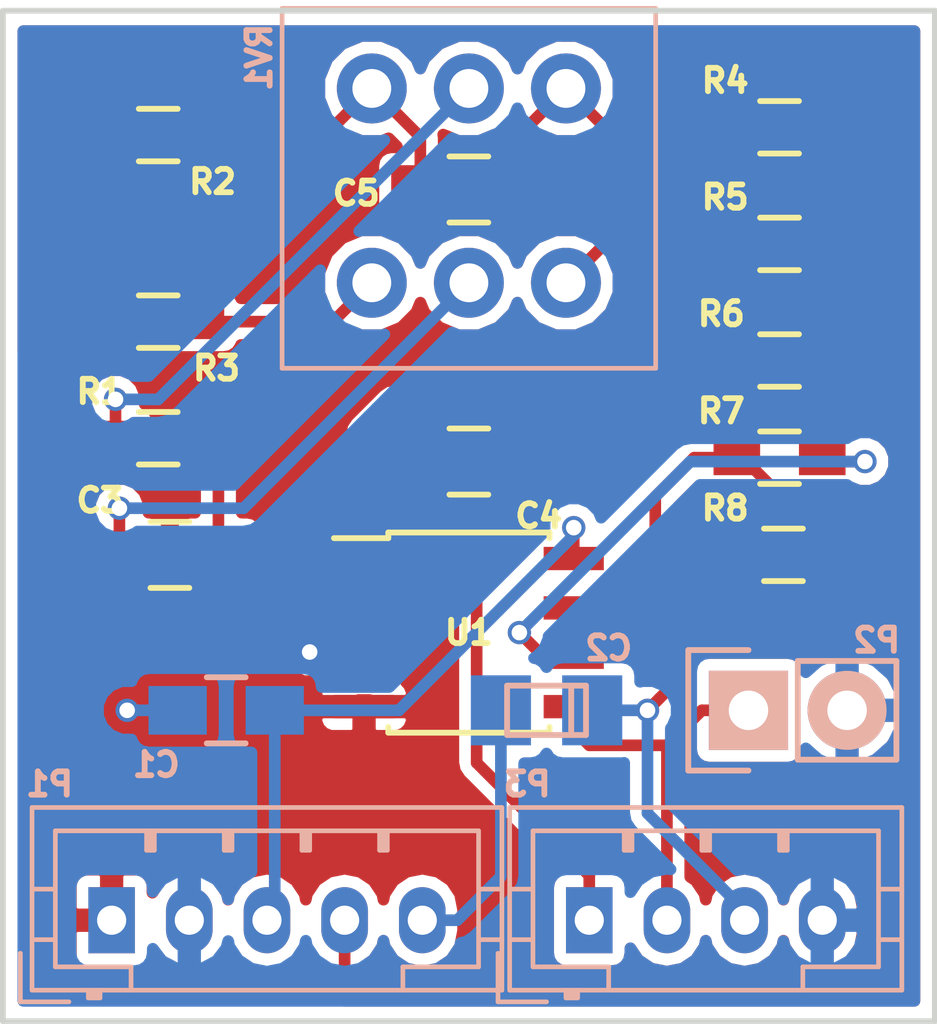
<source format=kicad_pcb>
(kicad_pcb (version 4) (host pcbnew 4.0.7)

  (general
    (links 34)
    (no_connects 0)
    (area 139.924999 69.305 164.075001 95.075001)
    (thickness 1.6)
    (drawings 8)
    (tracks 115)
    (zones 0)
    (modules 18)
    (nets 18)
  )

  (page A4)
  (layers
    (0 F.Cu signal)
    (31 B.Cu signal)
    (32 B.Adhes user)
    (33 F.Adhes user)
    (34 B.Paste user)
    (35 F.Paste user)
    (36 B.SilkS user)
    (37 F.SilkS user)
    (38 B.Mask user)
    (39 F.Mask user)
    (40 Dwgs.User user)
    (41 Cmts.User user)
    (42 Eco1.User user)
    (43 Eco2.User user)
    (44 Edge.Cuts user)
    (45 Margin user)
    (46 B.CrtYd user)
    (47 F.CrtYd user)
    (48 B.Fab user)
    (49 F.Fab user)
  )

  (setup
    (last_trace_width 0.3)
    (trace_clearance 0.3)
    (zone_clearance 0.3)
    (zone_45_only no)
    (trace_min 0.3)
    (segment_width 0.2)
    (edge_width 0.15)
    (via_size 0.6)
    (via_drill 0.4)
    (via_min_size 0.4)
    (via_min_drill 0.3)
    (uvia_size 0.3)
    (uvia_drill 0.1)
    (uvias_allowed no)
    (uvia_min_size 0.2)
    (uvia_min_drill 0.1)
    (pcb_text_width 0.3)
    (pcb_text_size 1.5 1.5)
    (mod_edge_width 0.15)
    (mod_text_size 0.6 0.6)
    (mod_text_width 0.15)
    (pad_size 1.524 1.524)
    (pad_drill 0.762)
    (pad_to_mask_clearance 0.2)
    (aux_axis_origin 0 0)
    (visible_elements 7FFFFFFF)
    (pcbplotparams
      (layerselection 0x010f0_80000001)
      (usegerberextensions true)
      (usegerberattributes true)
      (excludeedgelayer true)
      (linewidth 0.100000)
      (plotframeref false)
      (viasonmask false)
      (mode 1)
      (useauxorigin false)
      (hpglpennumber 1)
      (hpglpenspeed 20)
      (hpglpendiameter 15)
      (hpglpenoverlay 2)
      (psnegative false)
      (psa4output false)
      (plotreference true)
      (plotvalue true)
      (plotinvisibletext false)
      (padsonsilk false)
      (subtractmaskfromsilk false)
      (outputformat 1)
      (mirror false)
      (drillshape 0)
      (scaleselection 1)
      (outputdirectory ../../GERBER/BT_0/))
  )

  (net 0 "")
  (net 1 /V+)
  (net 2 Earth)
  (net 3 /MID_O)
  (net 4 /OUT)
  (net 5 /TW)
  (net 6 "Net-(C3-Pad2)")
  (net 7 /MID_I)
  (net 8 /B+)
  (net 9 /B-)
  (net 10 /Vref)
  (net 11 /IN)
  (net 12 /MID_R)
  (net 13 /BW)
  (net 14 /T-)
  (net 15 /T+)
  (net 16 "Net-(R6-Pad1)")
  (net 17 "Net-(R7-Pad1)")

  (net_class Default "This is the default net class."
    (clearance 0.3)
    (trace_width 0.3)
    (via_dia 0.6)
    (via_drill 0.4)
    (uvia_dia 0.3)
    (uvia_drill 0.1)
    (add_net /B+)
    (add_net /B-)
    (add_net /BW)
    (add_net /IN)
    (add_net /MID_I)
    (add_net /MID_O)
    (add_net /MID_R)
    (add_net /OUT)
    (add_net /T+)
    (add_net /T-)
    (add_net /TW)
    (add_net /V+)
    (add_net /Vref)
    (add_net Earth)
    (add_net "Net-(C3-Pad2)")
    (add_net "Net-(R6-Pad1)")
    (add_net "Net-(R7-Pad1)")
  )

  (net_class PWR ""
    (clearance 0.3)
    (trace_width 0.5)
    (via_dia 0.6)
    (via_drill 0.4)
    (uvia_dia 0.3)
    (uvia_drill 0.1)
  )

  (module Resistors_SMD:R_0603_HandSoldering (layer F.Cu) (tedit 5A66A54B) (tstamp 5A66A38D)
    (at 160 75 180)
    (descr "Resistor SMD 0603, hand soldering")
    (tags "resistor 0603")
    (path /5A289194)
    (attr smd)
    (fp_text reference R5 (at 1.4 1.2 180) (layer F.SilkS)
      (effects (font (size 0.6 0.6) (thickness 0.15)))
    )
    (fp_text value 1k (at 0 1.9 180) (layer F.Fab) hide
      (effects (font (size 0.6 0.6) (thickness 0.15)))
    )
    (fp_line (start -2 -0.8) (end 2 -0.8) (layer F.CrtYd) (width 0.05))
    (fp_line (start -2 0.8) (end 2 0.8) (layer F.CrtYd) (width 0.05))
    (fp_line (start -2 -0.8) (end -2 0.8) (layer F.CrtYd) (width 0.05))
    (fp_line (start 2 -0.8) (end 2 0.8) (layer F.CrtYd) (width 0.05))
    (fp_line (start 0.5 0.675) (end -0.5 0.675) (layer F.SilkS) (width 0.15))
    (fp_line (start -0.5 -0.675) (end 0.5 -0.675) (layer F.SilkS) (width 0.15))
    (pad 1 smd rect (at -1.1 0 180) (size 1.2 0.9) (layers F.Cu F.Paste F.Mask)
      (net 7 /MID_I))
    (pad 2 smd rect (at 1.1 0 180) (size 1.2 0.9) (layers F.Cu F.Paste F.Mask)
      (net 15 /T+))
    (model Resistors_SMD.3dshapes/R_0603_HandSoldering.wrl
      (at (xyz 0 0 0))
      (scale (xyz 1 1 1))
      (rotate (xyz 0 0 0))
    )
  )

  (module Capacitors_SMD:C_0805_HandSoldering (layer B.Cu) (tedit 5A66A41D) (tstamp 5A66A340)
    (at 145.75 87 180)
    (descr "Capacitor SMD 0805, hand soldering")
    (tags "capacitor 0805")
    (path /5A288695)
    (attr smd)
    (fp_text reference C1 (at 1.8 -1.4 180) (layer B.SilkS)
      (effects (font (size 0.6 0.6) (thickness 0.15)) (justify mirror))
    )
    (fp_text value 22u (at 0 -2.1 180) (layer B.Fab) hide
      (effects (font (size 0.6 0.6) (thickness 0.15)) (justify mirror))
    )
    (fp_line (start -2.3 1) (end 2.3 1) (layer B.CrtYd) (width 0.05))
    (fp_line (start -2.3 -1) (end 2.3 -1) (layer B.CrtYd) (width 0.05))
    (fp_line (start -2.3 1) (end -2.3 -1) (layer B.CrtYd) (width 0.05))
    (fp_line (start 2.3 1) (end 2.3 -1) (layer B.CrtYd) (width 0.05))
    (fp_line (start 0.5 0.85) (end -0.5 0.85) (layer B.SilkS) (width 0.15))
    (fp_line (start -0.5 -0.85) (end 0.5 -0.85) (layer B.SilkS) (width 0.15))
    (pad 1 smd rect (at -1.25 0 180) (size 1.5 1.25) (layers B.Cu B.Paste B.Mask)
      (net 1 /V+))
    (pad 2 smd rect (at 1.25 0 180) (size 1.5 1.25) (layers B.Cu B.Paste B.Mask)
      (net 2 Earth))
    (model Capacitors_SMD.3dshapes/C_0805_HandSoldering.wrl
      (at (xyz 0 0 0))
      (scale (xyz 1 1 1))
      (rotate (xyz 0 0 0))
    )
  )

  (module Capacitors_Tantalum_SMD:TantalC_SizeR_EIA-2012 (layer B.Cu) (tedit 5A66A62C) (tstamp 5A66A346)
    (at 154 87)
    (descr "Tantal Cap. , Size C, EIA-2012")
    (path /5A66629E)
    (fp_text reference C2 (at 1.6 -1.6) (layer B.SilkS)
      (effects (font (size 0.6 0.6) (thickness 0.15)) (justify mirror))
    )
    (fp_text value 10u (at 0 -1.27) (layer B.Fab) hide
      (effects (font (size 0.6 0.6) (thickness 0.15)) (justify mirror))
    )
    (fp_line (start 0.635 0.635) (end 0.635 -0.635) (layer B.SilkS) (width 0.15))
    (fp_line (start -1.016 0.635) (end -1.016 -0.635) (layer B.SilkS) (width 0.15))
    (fp_line (start -1.016 -0.635) (end 1.016 -0.635) (layer B.SilkS) (width 0.15))
    (fp_line (start 1.016 -0.635) (end 1.016 0.635) (layer B.SilkS) (width 0.15))
    (fp_line (start 1.016 0.635) (end -1.016 0.635) (layer B.SilkS) (width 0.15))
    (pad 1 smd rect (at 1.17602 0) (size 1.5494 1.80086) (layers B.Cu B.Paste B.Mask)
      (net 3 /MID_O))
    (pad 2 smd rect (at -1.17602 0) (size 1.5494 1.80086) (layers B.Cu B.Paste B.Mask)
      (net 4 /OUT))
    (model Capacitors_Tantalum_SMD.3dshapes/TantalC_SizeR_EIA-2012.wrl
      (at (xyz 0 0 0))
      (scale (xyz 1 1 1))
      (rotate (xyz 0 0 0))
    )
  )

  (module Capacitors_SMD:C_0805_HandSoldering (layer F.Cu) (tedit 5A66CB24) (tstamp 5A66A34C)
    (at 144.3 83)
    (descr "Capacitor SMD 0805, hand soldering")
    (tags "capacitor 0805")
    (path /5A2890E1)
    (attr smd)
    (fp_text reference C3 (at -1.8 -1.4) (layer F.SilkS)
      (effects (font (size 0.6 0.6) (thickness 0.15)))
    )
    (fp_text value 10n (at 0 2.1) (layer F.Fab) hide
      (effects (font (size 0.6 0.6) (thickness 0.15)))
    )
    (fp_line (start -2.3 -1) (end 2.3 -1) (layer F.CrtYd) (width 0.05))
    (fp_line (start -2.3 1) (end 2.3 1) (layer F.CrtYd) (width 0.05))
    (fp_line (start -2.3 -1) (end -2.3 1) (layer F.CrtYd) (width 0.05))
    (fp_line (start 2.3 -1) (end 2.3 1) (layer F.CrtYd) (width 0.05))
    (fp_line (start 0.5 -0.85) (end -0.5 -0.85) (layer F.SilkS) (width 0.15))
    (fp_line (start -0.5 0.85) (end 0.5 0.85) (layer F.SilkS) (width 0.15))
    (pad 1 smd rect (at -1.25 0) (size 1.5 1.25) (layers F.Cu F.Paste F.Mask)
      (net 5 /TW))
    (pad 2 smd rect (at 1.25 0) (size 1.5 1.25) (layers F.Cu F.Paste F.Mask)
      (net 6 "Net-(C3-Pad2)"))
    (model Capacitors_SMD.3dshapes/C_0805_HandSoldering.wrl
      (at (xyz 0 0 0))
      (scale (xyz 1 1 1))
      (rotate (xyz 0 0 0))
    )
  )

  (module Capacitors_SMD:C_0805_HandSoldering (layer F.Cu) (tedit 5A66A600) (tstamp 5A66A352)
    (at 152 80.6 180)
    (descr "Capacitor SMD 0805, hand soldering")
    (tags "capacitor 0805")
    (path /5A2888B6)
    (attr smd)
    (fp_text reference C4 (at -1.8 -1.4 180) (layer F.SilkS)
      (effects (font (size 0.6 0.6) (thickness 0.15)))
    )
    (fp_text value 470p (at 0 2.1 180) (layer F.Fab) hide
      (effects (font (size 0.6 0.6) (thickness 0.15)))
    )
    (fp_line (start -2.3 -1) (end 2.3 -1) (layer F.CrtYd) (width 0.05))
    (fp_line (start -2.3 1) (end 2.3 1) (layer F.CrtYd) (width 0.05))
    (fp_line (start -2.3 -1) (end -2.3 1) (layer F.CrtYd) (width 0.05))
    (fp_line (start 2.3 -1) (end 2.3 1) (layer F.CrtYd) (width 0.05))
    (fp_line (start 0.5 -0.85) (end -0.5 -0.85) (layer F.SilkS) (width 0.15))
    (fp_line (start -0.5 0.85) (end 0.5 0.85) (layer F.SilkS) (width 0.15))
    (pad 1 smd rect (at -1.25 0 180) (size 1.5 1.25) (layers F.Cu F.Paste F.Mask)
      (net 7 /MID_I))
    (pad 2 smd rect (at 1.25 0 180) (size 1.5 1.25) (layers F.Cu F.Paste F.Mask)
      (net 6 "Net-(C3-Pad2)"))
    (model Capacitors_SMD.3dshapes/C_0805_HandSoldering.wrl
      (at (xyz 0 0 0))
      (scale (xyz 1 1 1))
      (rotate (xyz 0 0 0))
    )
  )

  (module Capacitors_SMD:C_0805_HandSoldering (layer F.Cu) (tedit 5A66A546) (tstamp 5A66A358)
    (at 152 73.6 180)
    (descr "Capacitor SMD 0805, hand soldering")
    (tags "capacitor 0805")
    (path /5A288B14)
    (attr smd)
    (fp_text reference C5 (at 2.9 -0.1 180) (layer F.SilkS)
      (effects (font (size 0.6 0.6) (thickness 0.15)))
    )
    (fp_text value 0.1u (at 0 2.1 180) (layer F.Fab) hide
      (effects (font (size 0.6 0.6) (thickness 0.15)))
    )
    (fp_line (start -2.3 -1) (end 2.3 -1) (layer F.CrtYd) (width 0.05))
    (fp_line (start -2.3 1) (end 2.3 1) (layer F.CrtYd) (width 0.05))
    (fp_line (start -2.3 -1) (end -2.3 1) (layer F.CrtYd) (width 0.05))
    (fp_line (start 2.3 -1) (end 2.3 1) (layer F.CrtYd) (width 0.05))
    (fp_line (start 0.5 -0.85) (end -0.5 -0.85) (layer F.SilkS) (width 0.15))
    (fp_line (start -0.5 0.85) (end 0.5 0.85) (layer F.SilkS) (width 0.15))
    (pad 1 smd rect (at -1.25 0 180) (size 1.5 1.25) (layers F.Cu F.Paste F.Mask)
      (net 8 /B+))
    (pad 2 smd rect (at 1.25 0 180) (size 1.5 1.25) (layers F.Cu F.Paste F.Mask)
      (net 9 /B-))
    (model Capacitors_SMD.3dshapes/C_0805_HandSoldering.wrl
      (at (xyz 0 0 0))
      (scale (xyz 1 1 1))
      (rotate (xyz 0 0 0))
    )
  )

  (module Connectors_JST:JST_PH_B5B-PH-K_05x2.00mm_Straight (layer B.Cu) (tedit 5A66A374) (tstamp 5A66A361)
    (at 142.8 92.4)
    (descr "JST PH series connector, B5B-PH-K, top entry type, through hole, Datasheet: http://www.jst-mfg.com/product/pdf/eng/ePH.pdf")
    (tags "connector jst ph")
    (path /5A5738E3)
    (fp_text reference P1 (at -1.6 -3.5) (layer B.SilkS)
      (effects (font (size 0.6 0.6) (thickness 0.15)) (justify mirror))
    )
    (fp_text value CONN_01X05 (at 4 -3.8) (layer B.Fab) hide
      (effects (font (size 0.6 0.6) (thickness 0.15)) (justify mirror))
    )
    (fp_line (start -2.05 1.8) (end -2.05 -2.9) (layer B.SilkS) (width 0.12))
    (fp_line (start -2.05 -2.9) (end 10.05 -2.9) (layer B.SilkS) (width 0.12))
    (fp_line (start 10.05 -2.9) (end 10.05 1.8) (layer B.SilkS) (width 0.12))
    (fp_line (start 10.05 1.8) (end -2.05 1.8) (layer B.SilkS) (width 0.12))
    (fp_line (start 0.5 1.8) (end 0.5 1.2) (layer B.SilkS) (width 0.12))
    (fp_line (start 0.5 1.2) (end -1.45 1.2) (layer B.SilkS) (width 0.12))
    (fp_line (start -1.45 1.2) (end -1.45 -2.3) (layer B.SilkS) (width 0.12))
    (fp_line (start -1.45 -2.3) (end 9.45 -2.3) (layer B.SilkS) (width 0.12))
    (fp_line (start 9.45 -2.3) (end 9.45 1.2) (layer B.SilkS) (width 0.12))
    (fp_line (start 9.45 1.2) (end 7.5 1.2) (layer B.SilkS) (width 0.12))
    (fp_line (start 7.5 1.2) (end 7.5 1.8) (layer B.SilkS) (width 0.12))
    (fp_line (start -2.05 0.5) (end -1.45 0.5) (layer B.SilkS) (width 0.12))
    (fp_line (start -2.05 -0.8) (end -1.45 -0.8) (layer B.SilkS) (width 0.12))
    (fp_line (start 10.05 0.5) (end 9.45 0.5) (layer B.SilkS) (width 0.12))
    (fp_line (start 10.05 -0.8) (end 9.45 -0.8) (layer B.SilkS) (width 0.12))
    (fp_line (start -0.3 1.8) (end -0.3 2) (layer B.SilkS) (width 0.12))
    (fp_line (start -0.3 2) (end -0.6 2) (layer B.SilkS) (width 0.12))
    (fp_line (start -0.6 2) (end -0.6 1.8) (layer B.SilkS) (width 0.12))
    (fp_line (start -0.3 1.9) (end -0.6 1.9) (layer B.SilkS) (width 0.12))
    (fp_line (start 0.9 -2.3) (end 0.9 -1.8) (layer B.SilkS) (width 0.12))
    (fp_line (start 0.9 -1.8) (end 1.1 -1.8) (layer B.SilkS) (width 0.12))
    (fp_line (start 1.1 -1.8) (end 1.1 -2.3) (layer B.SilkS) (width 0.12))
    (fp_line (start 1 -2.3) (end 1 -1.8) (layer B.SilkS) (width 0.12))
    (fp_line (start 2.9 -2.3) (end 2.9 -1.8) (layer B.SilkS) (width 0.12))
    (fp_line (start 2.9 -1.8) (end 3.1 -1.8) (layer B.SilkS) (width 0.12))
    (fp_line (start 3.1 -1.8) (end 3.1 -2.3) (layer B.SilkS) (width 0.12))
    (fp_line (start 3 -2.3) (end 3 -1.8) (layer B.SilkS) (width 0.12))
    (fp_line (start 4.9 -2.3) (end 4.9 -1.8) (layer B.SilkS) (width 0.12))
    (fp_line (start 4.9 -1.8) (end 5.1 -1.8) (layer B.SilkS) (width 0.12))
    (fp_line (start 5.1 -1.8) (end 5.1 -2.3) (layer B.SilkS) (width 0.12))
    (fp_line (start 5 -2.3) (end 5 -1.8) (layer B.SilkS) (width 0.12))
    (fp_line (start 6.9 -2.3) (end 6.9 -1.8) (layer B.SilkS) (width 0.12))
    (fp_line (start 6.9 -1.8) (end 7.1 -1.8) (layer B.SilkS) (width 0.12))
    (fp_line (start 7.1 -1.8) (end 7.1 -2.3) (layer B.SilkS) (width 0.12))
    (fp_line (start 7 -2.3) (end 7 -1.8) (layer B.SilkS) (width 0.12))
    (fp_line (start -1.1 2.1) (end -2.35 2.1) (layer B.SilkS) (width 0.12))
    (fp_line (start -2.35 2.1) (end -2.35 0.85) (layer B.SilkS) (width 0.12))
    (fp_line (start -1.1 2.1) (end -2.35 2.1) (layer B.Fab) (width 0.1))
    (fp_line (start -2.35 2.1) (end -2.35 0.85) (layer B.Fab) (width 0.1))
    (fp_line (start -1.95 1.7) (end -1.95 -2.8) (layer B.Fab) (width 0.1))
    (fp_line (start -1.95 -2.8) (end 9.95 -2.8) (layer B.Fab) (width 0.1))
    (fp_line (start 9.95 -2.8) (end 9.95 1.7) (layer B.Fab) (width 0.1))
    (fp_line (start 9.95 1.7) (end -1.95 1.7) (layer B.Fab) (width 0.1))
    (fp_line (start -2.45 2.2) (end -2.45 -3.3) (layer B.CrtYd) (width 0.05))
    (fp_line (start -2.45 -3.3) (end 10.45 -3.3) (layer B.CrtYd) (width 0.05))
    (fp_line (start 10.45 -3.3) (end 10.45 2.2) (layer B.CrtYd) (width 0.05))
    (fp_line (start 10.45 2.2) (end -2.45 2.2) (layer B.CrtYd) (width 0.05))
    (fp_text user %R (at 4 -1.5) (layer B.Fab) hide
      (effects (font (size 0.6 0.6) (thickness 0.15)) (justify mirror))
    )
    (pad 1 thru_hole rect (at 0 0) (size 1.2 1.7) (drill 0.75) (layers *.Cu *.Mask)
      (net 2 Earth))
    (pad 2 thru_hole oval (at 2 0) (size 1.2 1.7) (drill 0.75) (layers *.Cu *.Mask)
      (net 10 /Vref))
    (pad 3 thru_hole oval (at 4 0) (size 1.2 1.7) (drill 0.75) (layers *.Cu *.Mask)
      (net 1 /V+))
    (pad 4 thru_hole oval (at 6 0) (size 1.2 1.7) (drill 0.75) (layers *.Cu *.Mask)
      (net 11 /IN))
    (pad 5 thru_hole oval (at 8 0) (size 1.2 1.7) (drill 0.75) (layers *.Cu *.Mask)
      (net 4 /OUT))
    (model ${KISYS3DMOD}/Connectors_JST.3dshapes/JST_PH_B5B-PH-K_05x2.00mm_Straight.wrl
      (at (xyz 0 0 0))
      (scale (xyz 1 1 1))
      (rotate (xyz 0 0 0))
    )
  )

  (module Pin_Headers:Pin_Header_Straight_1x02 (layer B.Cu) (tedit 5A66A3EC) (tstamp 5A66A367)
    (at 159.2 87 270)
    (descr "Through hole pin header")
    (tags "pin header")
    (path /5A666CF7)
    (fp_text reference P2 (at -1.8 -3.3 360) (layer B.SilkS)
      (effects (font (size 0.6 0.6) (thickness 0.15)) (justify mirror))
    )
    (fp_text value CONN_01X02 (at 0 3.1 270) (layer B.Fab) hide
      (effects (font (size 0.6 0.6) (thickness 0.15)) (justify mirror))
    )
    (fp_line (start 1.27 -1.27) (end 1.27 -3.81) (layer B.SilkS) (width 0.15))
    (fp_line (start 1.55 1.55) (end 1.55 0) (layer B.SilkS) (width 0.15))
    (fp_line (start -1.75 1.75) (end -1.75 -4.3) (layer B.CrtYd) (width 0.05))
    (fp_line (start 1.75 1.75) (end 1.75 -4.3) (layer B.CrtYd) (width 0.05))
    (fp_line (start -1.75 1.75) (end 1.75 1.75) (layer B.CrtYd) (width 0.05))
    (fp_line (start -1.75 -4.3) (end 1.75 -4.3) (layer B.CrtYd) (width 0.05))
    (fp_line (start 1.27 -1.27) (end -1.27 -1.27) (layer B.SilkS) (width 0.15))
    (fp_line (start -1.55 0) (end -1.55 1.55) (layer B.SilkS) (width 0.15))
    (fp_line (start -1.55 1.55) (end 1.55 1.55) (layer B.SilkS) (width 0.15))
    (fp_line (start -1.27 -1.27) (end -1.27 -3.81) (layer B.SilkS) (width 0.15))
    (fp_line (start -1.27 -3.81) (end 1.27 -3.81) (layer B.SilkS) (width 0.15))
    (pad 1 thru_hole rect (at 0 0 270) (size 2.032 2.032) (drill 1.016) (layers *.Cu *.Mask B.SilkS)
      (net 12 /MID_R))
    (pad 2 thru_hole oval (at 0 -2.54 270) (size 2.032 2.032) (drill 1.016) (layers *.Cu *.Mask B.SilkS)
      (net 10 /Vref))
    (model Pin_Headers.3dshapes/Pin_Header_Straight_1x02.wrl
      (at (xyz 0 -0.05 0))
      (scale (xyz 1 1 1))
      (rotate (xyz 0 0 90))
    )
  )

  (module Connectors_JST:JST_PH_B4B-PH-K_04x2.00mm_Straight (layer B.Cu) (tedit 5A66A39C) (tstamp 5A66A36F)
    (at 155.1 92.4)
    (descr "JST PH series connector, B4B-PH-K, top entry type, through hole, Datasheet: http://www.jst-mfg.com/product/pdf/eng/ePH.pdf")
    (tags "connector jst ph")
    (path /5A667029)
    (fp_text reference P3 (at -1.6 -3.5) (layer B.SilkS)
      (effects (font (size 0.6 0.6) (thickness 0.15)) (justify mirror))
    )
    (fp_text value CONN_01X04 (at 3 -3.8) (layer B.Fab) hide
      (effects (font (size 0.6 0.6) (thickness 0.15)) (justify mirror))
    )
    (fp_line (start -2.05 1.8) (end -2.05 -2.9) (layer B.SilkS) (width 0.12))
    (fp_line (start -2.05 -2.9) (end 8.05 -2.9) (layer B.SilkS) (width 0.12))
    (fp_line (start 8.05 -2.9) (end 8.05 1.8) (layer B.SilkS) (width 0.12))
    (fp_line (start 8.05 1.8) (end -2.05 1.8) (layer B.SilkS) (width 0.12))
    (fp_line (start 0.5 1.8) (end 0.5 1.2) (layer B.SilkS) (width 0.12))
    (fp_line (start 0.5 1.2) (end -1.45 1.2) (layer B.SilkS) (width 0.12))
    (fp_line (start -1.45 1.2) (end -1.45 -2.3) (layer B.SilkS) (width 0.12))
    (fp_line (start -1.45 -2.3) (end 7.45 -2.3) (layer B.SilkS) (width 0.12))
    (fp_line (start 7.45 -2.3) (end 7.45 1.2) (layer B.SilkS) (width 0.12))
    (fp_line (start 7.45 1.2) (end 5.5 1.2) (layer B.SilkS) (width 0.12))
    (fp_line (start 5.5 1.2) (end 5.5 1.8) (layer B.SilkS) (width 0.12))
    (fp_line (start -2.05 0.5) (end -1.45 0.5) (layer B.SilkS) (width 0.12))
    (fp_line (start -2.05 -0.8) (end -1.45 -0.8) (layer B.SilkS) (width 0.12))
    (fp_line (start 8.05 0.5) (end 7.45 0.5) (layer B.SilkS) (width 0.12))
    (fp_line (start 8.05 -0.8) (end 7.45 -0.8) (layer B.SilkS) (width 0.12))
    (fp_line (start -0.3 1.8) (end -0.3 2) (layer B.SilkS) (width 0.12))
    (fp_line (start -0.3 2) (end -0.6 2) (layer B.SilkS) (width 0.12))
    (fp_line (start -0.6 2) (end -0.6 1.8) (layer B.SilkS) (width 0.12))
    (fp_line (start -0.3 1.9) (end -0.6 1.9) (layer B.SilkS) (width 0.12))
    (fp_line (start 0.9 -2.3) (end 0.9 -1.8) (layer B.SilkS) (width 0.12))
    (fp_line (start 0.9 -1.8) (end 1.1 -1.8) (layer B.SilkS) (width 0.12))
    (fp_line (start 1.1 -1.8) (end 1.1 -2.3) (layer B.SilkS) (width 0.12))
    (fp_line (start 1 -2.3) (end 1 -1.8) (layer B.SilkS) (width 0.12))
    (fp_line (start 2.9 -2.3) (end 2.9 -1.8) (layer B.SilkS) (width 0.12))
    (fp_line (start 2.9 -1.8) (end 3.1 -1.8) (layer B.SilkS) (width 0.12))
    (fp_line (start 3.1 -1.8) (end 3.1 -2.3) (layer B.SilkS) (width 0.12))
    (fp_line (start 3 -2.3) (end 3 -1.8) (layer B.SilkS) (width 0.12))
    (fp_line (start 4.9 -2.3) (end 4.9 -1.8) (layer B.SilkS) (width 0.12))
    (fp_line (start 4.9 -1.8) (end 5.1 -1.8) (layer B.SilkS) (width 0.12))
    (fp_line (start 5.1 -1.8) (end 5.1 -2.3) (layer B.SilkS) (width 0.12))
    (fp_line (start 5 -2.3) (end 5 -1.8) (layer B.SilkS) (width 0.12))
    (fp_line (start -1.1 2.1) (end -2.35 2.1) (layer B.SilkS) (width 0.12))
    (fp_line (start -2.35 2.1) (end -2.35 0.85) (layer B.SilkS) (width 0.12))
    (fp_line (start -1.1 2.1) (end -2.35 2.1) (layer B.Fab) (width 0.1))
    (fp_line (start -2.35 2.1) (end -2.35 0.85) (layer B.Fab) (width 0.1))
    (fp_line (start -1.95 1.7) (end -1.95 -2.8) (layer B.Fab) (width 0.1))
    (fp_line (start -1.95 -2.8) (end 7.95 -2.8) (layer B.Fab) (width 0.1))
    (fp_line (start 7.95 -2.8) (end 7.95 1.7) (layer B.Fab) (width 0.1))
    (fp_line (start 7.95 1.7) (end -1.95 1.7) (layer B.Fab) (width 0.1))
    (fp_line (start -2.45 2.2) (end -2.45 -3.3) (layer B.CrtYd) (width 0.05))
    (fp_line (start -2.45 -3.3) (end 8.45 -3.3) (layer B.CrtYd) (width 0.05))
    (fp_line (start 8.45 -3.3) (end 8.45 2.2) (layer B.CrtYd) (width 0.05))
    (fp_line (start 8.45 2.2) (end -2.45 2.2) (layer B.CrtYd) (width 0.05))
    (fp_text user %R (at 3 -1.5) (layer B.Fab) hide
      (effects (font (size 0.6 0.6) (thickness 0.15)) (justify mirror))
    )
    (pad 1 thru_hole rect (at 0 0) (size 1.2 1.7) (drill 0.75) (layers *.Cu *.Mask)
      (net 7 /MID_I))
    (pad 2 thru_hole oval (at 2 0) (size 1.2 1.7) (drill 0.75) (layers *.Cu *.Mask)
      (net 12 /MID_R))
    (pad 3 thru_hole oval (at 4 0) (size 1.2 1.7) (drill 0.75) (layers *.Cu *.Mask)
      (net 3 /MID_O))
    (pad 4 thru_hole oval (at 6 0) (size 1.2 1.7) (drill 0.75) (layers *.Cu *.Mask)
      (net 10 /Vref))
    (model ${KISYS3DMOD}/Connectors_JST.3dshapes/JST_PH_B4B-PH-K_04x2.00mm_Straight.wrl
      (at (xyz 0 0 0))
      (scale (xyz 1 1 1))
      (rotate (xyz 0 0 0))
    )
  )

  (module Resistors_SMD:R_0603_HandSoldering (layer F.Cu) (tedit 5A66A479) (tstamp 5A66A375)
    (at 144 80)
    (descr "Resistor SMD 0603, hand soldering")
    (tags "resistor 0603")
    (path /5A2889CA)
    (attr smd)
    (fp_text reference R1 (at -1.5 -1.2) (layer F.SilkS)
      (effects (font (size 0.6 0.6) (thickness 0.15)))
    )
    (fp_text value 1.8k (at 0 1.9) (layer F.Fab) hide
      (effects (font (size 0.6 0.6) (thickness 0.15)))
    )
    (fp_line (start -2 -0.8) (end 2 -0.8) (layer F.CrtYd) (width 0.05))
    (fp_line (start -2 0.8) (end 2 0.8) (layer F.CrtYd) (width 0.05))
    (fp_line (start -2 -0.8) (end -2 0.8) (layer F.CrtYd) (width 0.05))
    (fp_line (start 2 -0.8) (end 2 0.8) (layer F.CrtYd) (width 0.05))
    (fp_line (start 0.5 0.675) (end -0.5 0.675) (layer F.SilkS) (width 0.15))
    (fp_line (start -0.5 -0.675) (end 0.5 -0.675) (layer F.SilkS) (width 0.15))
    (pad 1 smd rect (at -1.1 0) (size 1.2 0.9) (layers F.Cu F.Paste F.Mask)
      (net 13 /BW))
    (pad 2 smd rect (at 1.1 0) (size 1.2 0.9) (layers F.Cu F.Paste F.Mask)
      (net 6 "Net-(C3-Pad2)"))
    (model Resistors_SMD.3dshapes/R_0603_HandSoldering.wrl
      (at (xyz 0 0 0))
      (scale (xyz 1 1 1))
      (rotate (xyz 0 0 0))
    )
  )

  (module Resistors_SMD:R_0603_HandSoldering (layer F.Cu) (tedit 5A66A4B9) (tstamp 5A66A37B)
    (at 144 72.2 180)
    (descr "Resistor SMD 0603, hand soldering")
    (tags "resistor 0603")
    (path /5A288A43)
    (attr smd)
    (fp_text reference R2 (at -1.4 -1.2 180) (layer F.SilkS)
      (effects (font (size 0.6 0.6) (thickness 0.15)))
    )
    (fp_text value 2.2k (at 0 1.9 180) (layer F.Fab) hide
      (effects (font (size 0.6 0.6) (thickness 0.15)))
    )
    (fp_line (start -2 -0.8) (end 2 -0.8) (layer F.CrtYd) (width 0.05))
    (fp_line (start -2 0.8) (end 2 0.8) (layer F.CrtYd) (width 0.05))
    (fp_line (start -2 -0.8) (end -2 0.8) (layer F.CrtYd) (width 0.05))
    (fp_line (start 2 -0.8) (end 2 0.8) (layer F.CrtYd) (width 0.05))
    (fp_line (start 0.5 0.675) (end -0.5 0.675) (layer F.SilkS) (width 0.15))
    (fp_line (start -0.5 -0.675) (end 0.5 -0.675) (layer F.SilkS) (width 0.15))
    (pad 1 smd rect (at -1.1 0 180) (size 1.2 0.9) (layers F.Cu F.Paste F.Mask)
      (net 9 /B-))
    (pad 2 smd rect (at 1.1 0 180) (size 1.2 0.9) (layers F.Cu F.Paste F.Mask)
      (net 11 /IN))
    (model Resistors_SMD.3dshapes/R_0603_HandSoldering.wrl
      (at (xyz 0 0 0))
      (scale (xyz 1 1 1))
      (rotate (xyz 0 0 0))
    )
  )

  (module Resistors_SMD:R_0603_HandSoldering (layer F.Cu) (tedit 5A66A549) (tstamp 5A66A381)
    (at 144 77 180)
    (descr "Resistor SMD 0603, hand soldering")
    (tags "resistor 0603")
    (path /5A289144)
    (attr smd)
    (fp_text reference R3 (at -1.5 -1.2 180) (layer F.SilkS)
      (effects (font (size 0.6 0.6) (thickness 0.15)))
    )
    (fp_text value 1k (at 0 1.9 180) (layer F.Fab) hide
      (effects (font (size 0.6 0.6) (thickness 0.15)))
    )
    (fp_line (start -2 -0.8) (end 2 -0.8) (layer F.CrtYd) (width 0.05))
    (fp_line (start -2 0.8) (end 2 0.8) (layer F.CrtYd) (width 0.05))
    (fp_line (start -2 -0.8) (end -2 0.8) (layer F.CrtYd) (width 0.05))
    (fp_line (start 2 -0.8) (end 2 0.8) (layer F.CrtYd) (width 0.05))
    (fp_line (start 0.5 0.675) (end -0.5 0.675) (layer F.SilkS) (width 0.15))
    (fp_line (start -0.5 -0.675) (end 0.5 -0.675) (layer F.SilkS) (width 0.15))
    (pad 1 smd rect (at -1.1 0 180) (size 1.2 0.9) (layers F.Cu F.Paste F.Mask)
      (net 14 /T-))
    (pad 2 smd rect (at 1.1 0 180) (size 1.2 0.9) (layers F.Cu F.Paste F.Mask)
      (net 11 /IN))
    (model Resistors_SMD.3dshapes/R_0603_HandSoldering.wrl
      (at (xyz 0 0 0))
      (scale (xyz 1 1 1))
      (rotate (xyz 0 0 0))
    )
  )

  (module Resistors_SMD:R_0603_HandSoldering (layer F.Cu) (tedit 5A66A7A9) (tstamp 5A66A387)
    (at 160 72 180)
    (descr "Resistor SMD 0603, hand soldering")
    (tags "resistor 0603")
    (path /5A288BAC)
    (attr smd)
    (fp_text reference R4 (at 1.4 1.2 180) (layer F.SilkS)
      (effects (font (size 0.6 0.6) (thickness 0.15)))
    )
    (fp_text value 2.2k (at 0 1.9 180) (layer F.Fab) hide
      (effects (font (size 0.6 0.6) (thickness 0.15)))
    )
    (fp_line (start -2 -0.8) (end 2 -0.8) (layer F.CrtYd) (width 0.05))
    (fp_line (start -2 0.8) (end 2 0.8) (layer F.CrtYd) (width 0.05))
    (fp_line (start -2 -0.8) (end -2 0.8) (layer F.CrtYd) (width 0.05))
    (fp_line (start 2 -0.8) (end 2 0.8) (layer F.CrtYd) (width 0.05))
    (fp_line (start 0.5 0.675) (end -0.5 0.675) (layer F.SilkS) (width 0.15))
    (fp_line (start -0.5 -0.675) (end 0.5 -0.675) (layer F.SilkS) (width 0.15))
    (pad 1 smd rect (at -1.1 0 180) (size 1.2 0.9) (layers F.Cu F.Paste F.Mask)
      (net 7 /MID_I))
    (pad 2 smd rect (at 1.1 0 180) (size 1.2 0.9) (layers F.Cu F.Paste F.Mask)
      (net 8 /B+))
    (model Resistors_SMD.3dshapes/R_0603_HandSoldering.wrl
      (at (xyz 0 0 0))
      (scale (xyz 1 1 1))
      (rotate (xyz 0 0 0))
    )
  )

  (module Resistors_SMD:R_0603_HandSoldering (layer F.Cu) (tedit 5A66A7B1) (tstamp 5A66A393)
    (at 160 78)
    (descr "Resistor SMD 0603, hand soldering")
    (tags "resistor 0603")
    (path /5A666880)
    (attr smd)
    (fp_text reference R6 (at -1.5 -1.2) (layer F.SilkS)
      (effects (font (size 0.6 0.6) (thickness 0.15)))
    )
    (fp_text value 22k (at 0 1.9) (layer F.Fab) hide
      (effects (font (size 0.6 0.6) (thickness 0.15)))
    )
    (fp_line (start -2 -0.8) (end 2 -0.8) (layer F.CrtYd) (width 0.05))
    (fp_line (start -2 0.8) (end 2 0.8) (layer F.CrtYd) (width 0.05))
    (fp_line (start -2 -0.8) (end -2 0.8) (layer F.CrtYd) (width 0.05))
    (fp_line (start 2 -0.8) (end 2 0.8) (layer F.CrtYd) (width 0.05))
    (fp_line (start 0.5 0.675) (end -0.5 0.675) (layer F.SilkS) (width 0.15))
    (fp_line (start -0.5 -0.675) (end 0.5 -0.675) (layer F.SilkS) (width 0.15))
    (pad 1 smd rect (at -1.1 0) (size 1.2 0.9) (layers F.Cu F.Paste F.Mask)
      (net 16 "Net-(R6-Pad1)"))
    (pad 2 smd rect (at 1.1 0) (size 1.2 0.9) (layers F.Cu F.Paste F.Mask)
      (net 7 /MID_I))
    (model Resistors_SMD.3dshapes/R_0603_HandSoldering.wrl
      (at (xyz 0 0 0))
      (scale (xyz 1 1 1))
      (rotate (xyz 0 0 0))
    )
  )

  (module Resistors_SMD:R_0603_HandSoldering (layer F.Cu) (tedit 5A66A7AF) (tstamp 5A66A399)
    (at 160 80.5)
    (descr "Resistor SMD 0603, hand soldering")
    (tags "resistor 0603")
    (path /5A666918)
    (attr smd)
    (fp_text reference R7 (at -1.5 -1.2) (layer F.SilkS)
      (effects (font (size 0.6 0.6) (thickness 0.15)))
    )
    (fp_text value 22k (at 0 1.9) (layer F.Fab) hide
      (effects (font (size 0.6 0.6) (thickness 0.15)))
    )
    (fp_line (start -2 -0.8) (end 2 -0.8) (layer F.CrtYd) (width 0.05))
    (fp_line (start -2 0.8) (end 2 0.8) (layer F.CrtYd) (width 0.05))
    (fp_line (start -2 -0.8) (end -2 0.8) (layer F.CrtYd) (width 0.05))
    (fp_line (start 2 -0.8) (end 2 0.8) (layer F.CrtYd) (width 0.05))
    (fp_line (start 0.5 0.675) (end -0.5 0.675) (layer F.SilkS) (width 0.15))
    (fp_line (start -0.5 -0.675) (end 0.5 -0.675) (layer F.SilkS) (width 0.15))
    (pad 1 smd rect (at -1.1 0) (size 1.2 0.9) (layers F.Cu F.Paste F.Mask)
      (net 17 "Net-(R7-Pad1)"))
    (pad 2 smd rect (at 1.1 0) (size 1.2 0.9) (layers F.Cu F.Paste F.Mask)
      (net 16 "Net-(R6-Pad1)"))
    (model Resistors_SMD.3dshapes/R_0603_HandSoldering.wrl
      (at (xyz 0 0 0))
      (scale (xyz 1 1 1))
      (rotate (xyz 0 0 0))
    )
  )

  (module Resistors_SMD:R_0603_HandSoldering (layer F.Cu) (tedit 5A66A7AC) (tstamp 5A66A39F)
    (at 160.1 83)
    (descr "Resistor SMD 0603, hand soldering")
    (tags "resistor 0603")
    (path /5A666973)
    (attr smd)
    (fp_text reference R8 (at -1.5 -1.2) (layer F.SilkS)
      (effects (font (size 0.6 0.6) (thickness 0.15)))
    )
    (fp_text value 100 (at 0 1.9) (layer F.Fab) hide
      (effects (font (size 0.6 0.6) (thickness 0.15)))
    )
    (fp_line (start -2 -0.8) (end 2 -0.8) (layer F.CrtYd) (width 0.05))
    (fp_line (start -2 0.8) (end 2 0.8) (layer F.CrtYd) (width 0.05))
    (fp_line (start -2 -0.8) (end -2 0.8) (layer F.CrtYd) (width 0.05))
    (fp_line (start 2 -0.8) (end 2 0.8) (layer F.CrtYd) (width 0.05))
    (fp_line (start 0.5 0.675) (end -0.5 0.675) (layer F.SilkS) (width 0.15))
    (fp_line (start -0.5 -0.675) (end 0.5 -0.675) (layer F.SilkS) (width 0.15))
    (pad 1 smd rect (at -1.1 0) (size 1.2 0.9) (layers F.Cu F.Paste F.Mask)
      (net 3 /MID_O))
    (pad 2 smd rect (at 1.1 0) (size 1.2 0.9) (layers F.Cu F.Paste F.Mask)
      (net 17 "Net-(R7-Pad1)"))
    (model Resistors_SMD.3dshapes/R_0603_HandSoldering.wrl
      (at (xyz 0 0 0))
      (scale (xyz 1 1 1))
      (rotate (xyz 0 0 0))
    )
  )

  (module LIBS:Potentiometer_Alps_RK097_Double_Vertical_Dual_Shaft (layer B.Cu) (tedit 5A66A35E) (tstamp 5A66A3A9)
    (at 149.5 71 90)
    (descr "Potentiometer, vertically mounted, Omeg PC16PU, Omeg PC16PU, Omeg PC16PU, Vishay/Spectrol 248GJ/249GJ Single, Vishay/Spectrol 248GJ/249GJ Single, Vishay/Spectrol 248GJ/249GJ Single, Vishay/Spectrol 248GH/249GH Single, Vishay/Spectrol 148/149 Single, Vishay/Spectrol 148/149 Single, Vishay/Spectrol 148/149 Single, Vishay/Spectrol 148A/149A Single with mounting plates, Vishay/Spectrol 148/149 Double, Vishay/Spectrol 148A/149A Double with mounting plates, Piher PC-16 Single, Piher PC-16 Single, Piher PC-16 Single, Piher PC-16SV Single, Piher PC-16 Double, Piher PC-16 Triple, Piher T16H Single, Piher T16L Single, Piher T16H Double, Alps RK163 Single, Alps RK163 Double, Alps RK097 Single, Alps RK097 Double, http://www.alps.com/prod/info/E/HTML/Potentiometer/RotaryPotentiometers/RK097/RK09712100AV.html")
    (tags "Potentiometer vertical  Omeg PC16PU  Omeg PC16PU  Omeg PC16PU  Vishay/Spectrol 248GJ/249GJ Single  Vishay/Spectrol 248GJ/249GJ Single  Vishay/Spectrol 248GJ/249GJ Single  Vishay/Spectrol 248GH/249GH Single  Vishay/Spectrol 148/149 Single  Vishay/Spectrol 148/149 Single  Vishay/Spectrol 148/149 Single  Vishay/Spectrol 148A/149A Single with mounting plates  Vishay/Spectrol 148/149 Double  Vishay/Spectrol 148A/149A Double with mounting plates  Piher PC-16 Single  Piher PC-16 Single  Piher PC-16 Single  Piher PC-16SV Single  Piher PC-16 Double  Piher PC-16 Triple  Piher T16H Single  Piher T16L Single  Piher T16H Double  Alps RK163 Single  Alps RK163 Double  Alps RK097 Single  Alps RK097 Double Dual Shaft")
    (path /5A289F35)
    (fp_text reference RV1 (at 0.8 -2.9 90) (layer B.SilkS)
      (effects (font (size 0.6 0.6) (thickness 0.15)) (justify mirror))
    )
    (fp_text value DUAL_POT (at 0 -3.5 90) (layer B.Fab) hide
      (effects (font (size 0.6 0.6) (thickness 0.15)) (justify mirror))
    )
    (fp_line (start -7.0908 7.25) (end -7.0908 -2.25) (layer B.Fab) (width 0.1))
    (fp_line (start -7.08 -2.25) (end 2 -2.25) (layer B.Fab) (width 0.1))
    (fp_line (start 2 -2.25) (end 2 7.25) (layer B.Fab) (width 0.1))
    (fp_line (start 2 7.25) (end -7.08 7.25) (layer B.Fab) (width 0.1))
    (fp_line (start -7.2 7.31) (end 2.06 7.31) (layer B.SilkS) (width 0.12))
    (fp_line (start -7.2 -2.31) (end 2.06 -2.31) (layer B.SilkS) (width 0.12))
    (fp_line (start -7.2 7.31) (end -7.2 -2.31) (layer B.SilkS) (width 0.12))
    (fp_line (start 2.06 7.31) (end 2.06 -2.31) (layer B.SilkS) (width 0.12))
    (fp_line (start -7.39 7.5) (end -7.39 -2.5) (layer B.CrtYd) (width 0.05))
    (fp_line (start -7.39 -2.5) (end 2.25 -2.5) (layer B.CrtYd) (width 0.05))
    (fp_line (start 2.25 -2.5) (end 2.25 7.5) (layer B.CrtYd) (width 0.05))
    (fp_line (start 2.25 7.5) (end -7.39 7.5) (layer B.CrtYd) (width 0.05))
    (pad 3 thru_hole circle (at 0 5 90) (size 1.8 1.8) (drill 1) (layers *.Cu *.Mask)
      (net 8 /B+))
    (pad 2 thru_hole circle (at 0 2.5 90) (size 1.8 1.8) (drill 1) (layers *.Cu *.Mask)
      (net 13 /BW))
    (pad 1 thru_hole circle (at 0 0 90) (size 1.8 1.8) (drill 1) (layers *.Cu *.Mask)
      (net 9 /B-))
    (pad 6 thru_hole circle (at -5 5 90) (size 1.8 1.8) (drill 1) (layers *.Cu *.Mask)
      (net 15 /T+))
    (pad 5 thru_hole circle (at -5 2.5 90) (size 1.8 1.8) (drill 1) (layers *.Cu *.Mask)
      (net 5 /TW))
    (pad 4 thru_hole circle (at -5 0 90) (size 1.8 1.8) (drill 1) (layers *.Cu *.Mask)
      (net 14 /T-))
    (model Potentiometers.3dshapes/Potentiometer_Alps_RK097_Double_Vertical.wrl
      (at (xyz 0 0 0))
      (scale (xyz 0.393701 0.393701 0.393701))
      (rotate (xyz 0 0 0))
    )
  )

  (module Housings_SOIC:SOIC-8_3.9x4.9mm_Pitch1.27mm (layer F.Cu) (tedit 54130A77) (tstamp 5A66A3B5)
    (at 152 85)
    (descr "8-Lead Plastic Small Outline (SN) - Narrow, 3.90 mm Body [SOIC] (see Microchip Packaging Specification 00000049BS.pdf)")
    (tags "SOIC 1.27")
    (path /5A666491)
    (attr smd)
    (fp_text reference U1 (at 0 0) (layer F.SilkS)
      (effects (font (size 0.6 0.6) (thickness 0.15)))
    )
    (fp_text value MC33178 (at 0 3.5) (layer F.Fab)
      (effects (font (size 0.6 0.6) (thickness 0.15)))
    )
    (fp_line (start -3.75 -2.75) (end -3.75 2.75) (layer F.CrtYd) (width 0.05))
    (fp_line (start 3.75 -2.75) (end 3.75 2.75) (layer F.CrtYd) (width 0.05))
    (fp_line (start -3.75 -2.75) (end 3.75 -2.75) (layer F.CrtYd) (width 0.05))
    (fp_line (start -3.75 2.75) (end 3.75 2.75) (layer F.CrtYd) (width 0.05))
    (fp_line (start -2.075 -2.575) (end -2.075 -2.43) (layer F.SilkS) (width 0.15))
    (fp_line (start 2.075 -2.575) (end 2.075 -2.43) (layer F.SilkS) (width 0.15))
    (fp_line (start 2.075 2.575) (end 2.075 2.43) (layer F.SilkS) (width 0.15))
    (fp_line (start -2.075 2.575) (end -2.075 2.43) (layer F.SilkS) (width 0.15))
    (fp_line (start -2.075 -2.575) (end 2.075 -2.575) (layer F.SilkS) (width 0.15))
    (fp_line (start -2.075 2.575) (end 2.075 2.575) (layer F.SilkS) (width 0.15))
    (fp_line (start -2.075 -2.43) (end -3.475 -2.43) (layer F.SilkS) (width 0.15))
    (pad 1 smd rect (at -2.7 -1.905) (size 1.55 0.6) (layers F.Cu F.Paste F.Mask)
      (net 7 /MID_I))
    (pad 2 smd rect (at -2.7 -0.635) (size 1.55 0.6) (layers F.Cu F.Paste F.Mask)
      (net 6 "Net-(C3-Pad2)"))
    (pad 3 smd rect (at -2.7 0.635) (size 1.55 0.6) (layers F.Cu F.Paste F.Mask)
      (net 10 /Vref))
    (pad 4 smd rect (at -2.7 1.905) (size 1.55 0.6) (layers F.Cu F.Paste F.Mask)
      (net 2 Earth))
    (pad 5 smd rect (at 2.7 1.905) (size 1.55 0.6) (layers F.Cu F.Paste F.Mask)
      (net 12 /MID_R))
    (pad 6 smd rect (at 2.7 0.635) (size 1.55 0.6) (layers F.Cu F.Paste F.Mask)
      (net 16 "Net-(R6-Pad1)"))
    (pad 7 smd rect (at 2.7 -0.635) (size 1.55 0.6) (layers F.Cu F.Paste F.Mask)
      (net 17 "Net-(R7-Pad1)"))
    (pad 8 smd rect (at 2.7 -1.905) (size 1.55 0.6) (layers F.Cu F.Paste F.Mask)
      (net 1 /V+))
    (model Housings_SOIC.3dshapes/SOIC-8_3.9x4.9mm_Pitch1.27mm.wrl
      (at (xyz 0 0 0))
      (scale (xyz 1 1 1))
      (rotate (xyz 0 0 0))
    )
  )

  (gr_line (start 163.7 94.7) (end 163.7 69.3) (layer Margin) (width 0.2))
  (gr_line (start 140.3 94.7) (end 163.7 94.7) (layer Margin) (width 0.2))
  (gr_line (start 140.3 69.3) (end 140.3 94.7) (layer Margin) (width 0.2))
  (gr_line (start 163.7 69.3) (end 140.3 69.3) (layer Margin) (width 0.2))
  (gr_line (start 164 95) (end 164 69) (layer Edge.Cuts) (width 0.15))
  (gr_line (start 140 95) (end 164 95) (layer Edge.Cuts) (width 0.15))
  (gr_line (start 140 69) (end 140 95) (layer Edge.Cuts) (width 0.15))
  (gr_line (start 164 69) (end 140 69) (layer Edge.Cuts) (width 0.15))

  (segment (start 154.7 82.3) (end 154.7 82.5) (width 0.3) (layer B.Cu) (net 1))
  (segment (start 154.7 82.5) (end 150.2 87) (width 0.3) (layer B.Cu) (net 1))
  (segment (start 150.2 87) (end 147 87) (width 0.3) (layer B.Cu) (net 1))
  (segment (start 154.7 83.095) (end 154.7 82.3) (width 0.3) (layer F.Cu) (net 1))
  (via (at 154.7 82.3) (size 0.6) (drill 0.4) (layers F.Cu B.Cu) (net 1))
  (segment (start 147 87) (end 147 92.2) (width 0.3) (layer B.Cu) (net 1))
  (segment (start 147 92.2) (end 146.8 92.4) (width 0.3) (layer B.Cu) (net 1))
  (segment (start 149.3 86.905) (end 149.205 87) (width 0.3) (layer F.Cu) (net 2))
  (segment (start 143.3 87) (end 143.2 87) (width 0.3) (layer B.Cu) (net 2))
  (via (at 143.2 87) (size 0.6) (drill 0.4) (layers F.Cu B.Cu) (net 2))
  (segment (start 144.5 87) (end 143.3 87) (width 0.3) (layer B.Cu) (net 2))
  (segment (start 156.6 87) (end 155.17602 87) (width 0.3) (layer B.Cu) (net 3))
  (segment (start 159 83) (end 158.2 83) (width 0.3) (layer F.Cu) (net 3))
  (segment (start 158.2 83) (end 157.6 83.6) (width 0.3) (layer F.Cu) (net 3))
  (segment (start 157.6 83.6) (end 157.6 86) (width 0.3) (layer F.Cu) (net 3))
  (segment (start 157.6 86) (end 156.899999 86.700001) (width 0.3) (layer F.Cu) (net 3))
  (segment (start 156.899999 86.700001) (end 156.6 87) (width 0.3) (layer F.Cu) (net 3))
  (segment (start 156.6 89.65) (end 156.6 87) (width 0.3) (layer B.Cu) (net 3))
  (segment (start 159.1 92.15) (end 156.6 89.65) (width 0.3) (layer B.Cu) (net 3))
  (via (at 156.6 87) (size 0.6) (drill 0.4) (layers F.Cu B.Cu) (net 3))
  (segment (start 159.1 92.4) (end 159.1 92.15) (width 0.3) (layer B.Cu) (net 3))
  (segment (start 152.82398 87) (end 152.82398 91.27602) (width 0.3) (layer B.Cu) (net 4))
  (segment (start 152.82398 91.27602) (end 151.7 92.4) (width 0.3) (layer B.Cu) (net 4))
  (segment (start 151.7 92.4) (end 150.8 92.4) (width 0.3) (layer B.Cu) (net 4))
  (segment (start 152 76) (end 146.2 81.8) (width 0.3) (layer B.Cu) (net 5))
  (segment (start 146.2 81.8) (end 143 81.8) (width 0.3) (layer B.Cu) (net 5))
  (segment (start 143 81.8) (end 143 82.95) (width 0.3) (layer F.Cu) (net 5))
  (segment (start 143 82.95) (end 143.05 83) (width 0.3) (layer F.Cu) (net 5))
  (via (at 143 81.8) (size 0.6) (drill 0.4) (layers F.Cu B.Cu) (net 5))
  (segment (start 150.75 84.15) (end 150.535 84.365) (width 0.3) (layer F.Cu) (net 6))
  (segment (start 150.535 84.365) (end 149.3 84.365) (width 0.3) (layer F.Cu) (net 6))
  (segment (start 150.75 80.6) (end 150.75 84.15) (width 0.3) (layer F.Cu) (net 6))
  (segment (start 145.55 83) (end 145.55 83.925) (width 0.3) (layer F.Cu) (net 6))
  (segment (start 145.55 83.925) (end 145.99 84.365) (width 0.3) (layer F.Cu) (net 6))
  (segment (start 145.99 84.365) (end 148.225 84.365) (width 0.3) (layer F.Cu) (net 6))
  (segment (start 148.225 84.365) (end 149.3 84.365) (width 0.3) (layer F.Cu) (net 6))
  (segment (start 145.55 83) (end 145.55 80.45) (width 0.3) (layer F.Cu) (net 6))
  (segment (start 145.55 80.45) (end 145.1 80) (width 0.3) (layer F.Cu) (net 6))
  (segment (start 153.2 79.1) (end 154.398002 79.1) (width 0.3) (layer F.Cu) (net 7))
  (segment (start 154.398002 79.1) (end 156.798002 76.7) (width 0.3) (layer F.Cu) (net 7))
  (segment (start 149.3 83.095) (end 149.3 79.864998) (width 0.3) (layer F.Cu) (net 7))
  (segment (start 149.3 79.864998) (end 150.064998 79.1) (width 0.3) (layer F.Cu) (net 7))
  (segment (start 150.064998 79.1) (end 153.2 79.1) (width 0.3) (layer F.Cu) (net 7))
  (segment (start 153.2 79.1) (end 153.25 79.15) (width 0.3) (layer F.Cu) (net 7))
  (segment (start 153.25 79.15) (end 153.25 80.6) (width 0.3) (layer F.Cu) (net 7))
  (segment (start 153.25 81.525) (end 152.2 82.575) (width 0.3) (layer F.Cu) (net 7))
  (segment (start 152.2 88.35) (end 155.1 91.25) (width 0.3) (layer F.Cu) (net 7))
  (segment (start 153.25 80.6) (end 153.25 81.525) (width 0.3) (layer F.Cu) (net 7))
  (segment (start 155.1 91.25) (end 155.1 92.4) (width 0.3) (layer F.Cu) (net 7))
  (segment (start 152.2 82.575) (end 152.2 88.35) (width 0.3) (layer F.Cu) (net 7))
  (segment (start 161.1 76.7) (end 156.798002 76.7) (width 0.3) (layer F.Cu) (net 7))
  (segment (start 161.1 76.7) (end 161.1 78) (width 0.3) (layer F.Cu) (net 7))
  (segment (start 161.1 75.75) (end 161.1 76.7) (width 0.3) (layer F.Cu) (net 7))
  (segment (start 161.1 72) (end 161.1 72.75) (width 0.3) (layer F.Cu) (net 7))
  (segment (start 161.1 72.75) (end 161.1 75) (width 0.3) (layer F.Cu) (net 7))
  (segment (start 161.1 75) (end 161.1 75.75) (width 0.3) (layer F.Cu) (net 7))
  (segment (start 161.1 72) (end 161.25 72) (width 0.3) (layer F.Cu) (net 7))
  (segment (start 158.9 72) (end 155.5 72) (width 0.3) (layer F.Cu) (net 8))
  (segment (start 155.5 72) (end 154.5 71) (width 0.3) (layer F.Cu) (net 8))
  (segment (start 153.25 73.6) (end 153.25 72.25) (width 0.3) (layer F.Cu) (net 8))
  (segment (start 153.25 72.25) (end 154.5 71) (width 0.3) (layer F.Cu) (net 8))
  (segment (start 158.9 72) (end 159.05 72) (width 0.3) (layer F.Cu) (net 8))
  (segment (start 145.1 72.2) (end 148.3 72.2) (width 0.3) (layer F.Cu) (net 9))
  (segment (start 148.3 72.2) (end 149.5 71) (width 0.3) (layer F.Cu) (net 9))
  (segment (start 150.75 73.6) (end 150.75 72.25) (width 0.3) (layer F.Cu) (net 9))
  (segment (start 150.75 72.25) (end 149.5 71) (width 0.3) (layer F.Cu) (net 9))
  (segment (start 149.3 71.2) (end 149.5 71) (width 0.3) (layer F.Cu) (net 9))
  (segment (start 148.03501 85.635) (end 147.90001 85.5) (width 0.3) (layer F.Cu) (net 10))
  (segment (start 149.3 85.635) (end 148.03501 85.635) (width 0.3) (layer F.Cu) (net 10))
  (via (at 147.90001 85.5) (size 0.6) (drill 0.4) (layers F.Cu B.Cu) (net 10))
  (segment (start 148.8 92.4) (end 148.8 93.6) (width 0.3) (layer F.Cu) (net 11))
  (segment (start 148.8 93.6) (end 148.2 94.2) (width 0.3) (layer F.Cu) (net 11))
  (segment (start 148.2 94.2) (end 141.8 94.2) (width 0.3) (layer F.Cu) (net 11))
  (segment (start 142 77) (end 142.9 77) (width 0.3) (layer F.Cu) (net 11))
  (segment (start 141.8 94.2) (end 141.1 93.5) (width 0.3) (layer F.Cu) (net 11))
  (segment (start 141.1 93.5) (end 141.1 77.9) (width 0.3) (layer F.Cu) (net 11))
  (segment (start 141.1 77.9) (end 142 77) (width 0.3) (layer F.Cu) (net 11))
  (segment (start 148.8 92.15) (end 148.8 92.4) (width 0.3) (layer F.Cu) (net 11))
  (segment (start 142.9 77) (end 142.9 76.25) (width 0.3) (layer F.Cu) (net 11))
  (segment (start 142.9 76.25) (end 142.9 72.2) (width 0.3) (layer F.Cu) (net 11))
  (segment (start 142.9 72.2) (end 142.75 72.2) (width 0.3) (layer F.Cu) (net 11))
  (segment (start 157.1 87.9) (end 155.1 87.9) (width 0.3) (layer F.Cu) (net 12))
  (segment (start 155.1 87.9) (end 154.7 87.5) (width 0.3) (layer F.Cu) (net 12))
  (segment (start 154.7 87.5) (end 154.7 86.905) (width 0.3) (layer F.Cu) (net 12))
  (segment (start 159.2 87) (end 158 87) (width 0.3) (layer F.Cu) (net 12))
  (segment (start 158 87) (end 157.1 87.9) (width 0.3) (layer F.Cu) (net 12))
  (segment (start 157.1 87.9) (end 157.1 92.4) (width 0.3) (layer F.Cu) (net 12))
  (segment (start 142.9 79) (end 144 79) (width 0.3) (layer B.Cu) (net 13))
  (segment (start 144 79) (end 144.4 78.6) (width 0.3) (layer B.Cu) (net 13))
  (segment (start 144.4 78.6) (end 152 71) (width 0.3) (layer B.Cu) (net 13))
  (segment (start 142.9 79) (end 142.9 80) (width 0.3) (layer F.Cu) (net 13))
  (via (at 142.9 79) (size 0.6) (drill 0.4) (layers F.Cu B.Cu) (net 13))
  (segment (start 145.1 77) (end 148.5 77) (width 0.3) (layer F.Cu) (net 14))
  (segment (start 148.5 77) (end 149.5 76) (width 0.3) (layer F.Cu) (net 14))
  (segment (start 158.9 75) (end 155.5 75) (width 0.3) (layer F.Cu) (net 15))
  (segment (start 155.5 75) (end 154.5 76) (width 0.3) (layer F.Cu) (net 15))
  (segment (start 162.2 80.6) (end 161.2 80.6) (width 0.3) (layer F.Cu) (net 16))
  (segment (start 161.2 80.6) (end 161.1 80.5) (width 0.3) (layer F.Cu) (net 16))
  (segment (start 153.3 85) (end 157.7 80.6) (width 0.3) (layer B.Cu) (net 16))
  (segment (start 157.7 80.6) (end 162.2 80.6) (width 0.3) (layer B.Cu) (net 16))
  (via (at 162.2 80.6) (size 0.6) (drill 0.4) (layers F.Cu B.Cu) (net 16))
  (segment (start 154.7 85.635) (end 153.935 85.635) (width 0.3) (layer F.Cu) (net 16))
  (segment (start 153.935 85.635) (end 153.3 85) (width 0.3) (layer F.Cu) (net 16))
  (via (at 153.3 85) (size 0.6) (drill 0.4) (layers F.Cu B.Cu) (net 16))
  (segment (start 158.9 78) (end 159.05 78) (width 0.3) (layer F.Cu) (net 16))
  (segment (start 159.05 78) (end 161.1 80.05) (width 0.3) (layer F.Cu) (net 16))
  (segment (start 161.1 80.05) (end 161.1 80.5) (width 0.3) (layer F.Cu) (net 16))
  (segment (start 158.9 80.5) (end 157.8 80.5) (width 0.3) (layer F.Cu) (net 17))
  (segment (start 157.8 80.5) (end 156.8 81.5) (width 0.3) (layer F.Cu) (net 17))
  (segment (start 156.8 81.5) (end 156.8 83.6) (width 0.3) (layer F.Cu) (net 17))
  (segment (start 156.8 83.6) (end 156.035 84.365) (width 0.3) (layer F.Cu) (net 17))
  (segment (start 156.035 84.365) (end 154.7 84.365) (width 0.3) (layer F.Cu) (net 17))
  (segment (start 158.9 80.5) (end 159.05 80.5) (width 0.3) (layer F.Cu) (net 17))
  (segment (start 159.05 80.5) (end 161.2 82.65) (width 0.3) (layer F.Cu) (net 17))
  (segment (start 161.2 82.65) (end 161.2 83) (width 0.3) (layer F.Cu) (net 17))

  (zone (net 10) (net_name /Vref) (layer B.Cu) (tstamp 0) (hatch edge 0.508)
    (connect_pads (clearance 0.3))
    (min_thickness 0.3)
    (fill yes (arc_segments 16) (thermal_gap 0.3) (thermal_bridge_width 0.6))
    (polygon
      (pts
        (xy 163.7 69.3) (xy 140.3 69.3) (xy 140.3 94.7) (xy 163.7 94.7)
      )
    )
    (filled_polygon
      (pts
        (xy 163.475 94.475) (xy 140.525 94.475) (xy 140.525 91.55) (xy 141.741184 91.55) (xy 141.741184 93.25)
        (xy 141.772562 93.41676) (xy 141.871117 93.569919) (xy 142.021495 93.672668) (xy 142.2 93.708816) (xy 143.4 93.708816)
        (xy 143.56676 93.677438) (xy 143.719919 93.578883) (xy 143.822668 93.428505) (xy 143.858816 93.25) (xy 143.858816 93.133322)
        (xy 144.097745 93.44644) (xy 144.489275 93.65297) (xy 144.65 93.575422) (xy 144.65 92.55) (xy 144.63 92.55)
        (xy 144.63 92.25) (xy 144.65 92.25) (xy 144.65 91.224578) (xy 144.95 91.224578) (xy 144.95 92.25)
        (xy 144.97 92.25) (xy 144.97 92.55) (xy 144.95 92.55) (xy 144.95 93.575422) (xy 145.110725 93.65297)
        (xy 145.502255 93.44644) (xy 145.753583 93.117073) (xy 145.801719 92.935478) (xy 145.829926 93.077287) (xy 146.057538 93.417931)
        (xy 146.398182 93.645543) (xy 146.8 93.725469) (xy 147.201818 93.645543) (xy 147.542462 93.417931) (xy 147.770074 93.077287)
        (xy 147.8 92.926838) (xy 147.829926 93.077287) (xy 148.057538 93.417931) (xy 148.398182 93.645543) (xy 148.8 93.725469)
        (xy 149.201818 93.645543) (xy 149.542462 93.417931) (xy 149.770074 93.077287) (xy 149.8 92.926838) (xy 149.829926 93.077287)
        (xy 150.057538 93.417931) (xy 150.398182 93.645543) (xy 150.8 93.725469) (xy 151.201818 93.645543) (xy 151.542462 93.417931)
        (xy 151.770074 93.077287) (xy 151.788967 92.982303) (xy 151.92961 92.954328) (xy 152.124264 92.824264) (xy 153.248244 91.700284)
        (xy 153.378308 91.50563) (xy 153.42398 91.27602) (xy 153.42398 88.359246) (xy 153.59868 88.359246) (xy 153.76544 88.327868)
        (xy 153.918599 88.229313) (xy 154.000795 88.109015) (xy 154.072437 88.220349) (xy 154.222815 88.323098) (xy 154.40132 88.359246)
        (xy 155.95072 88.359246) (xy 156 88.349973) (xy 156 89.65) (xy 156.045672 89.87961) (xy 156.175736 90.074264)
        (xy 157.194875 91.093403) (xy 157.1 91.074531) (xy 156.698182 91.154457) (xy 156.357538 91.382069) (xy 156.158816 91.679476)
        (xy 156.158816 91.55) (xy 156.127438 91.38324) (xy 156.028883 91.230081) (xy 155.878505 91.127332) (xy 155.7 91.091184)
        (xy 154.5 91.091184) (xy 154.33324 91.122562) (xy 154.180081 91.221117) (xy 154.077332 91.371495) (xy 154.041184 91.55)
        (xy 154.041184 93.25) (xy 154.072562 93.41676) (xy 154.171117 93.569919) (xy 154.321495 93.672668) (xy 154.5 93.708816)
        (xy 155.7 93.708816) (xy 155.86676 93.677438) (xy 156.019919 93.578883) (xy 156.122668 93.428505) (xy 156.158816 93.25)
        (xy 156.158816 93.120524) (xy 156.357538 93.417931) (xy 156.698182 93.645543) (xy 157.1 93.725469) (xy 157.501818 93.645543)
        (xy 157.842462 93.417931) (xy 158.070074 93.077287) (xy 158.1 92.926838) (xy 158.129926 93.077287) (xy 158.357538 93.417931)
        (xy 158.698182 93.645543) (xy 159.1 93.725469) (xy 159.501818 93.645543) (xy 159.842462 93.417931) (xy 160.070074 93.077287)
        (xy 160.098281 92.935478) (xy 160.146417 93.117073) (xy 160.397745 93.44644) (xy 160.789275 93.65297) (xy 160.95 93.575422)
        (xy 160.95 92.55) (xy 161.25 92.55) (xy 161.25 93.575422) (xy 161.410725 93.65297) (xy 161.802255 93.44644)
        (xy 162.053583 93.117073) (xy 162.159737 92.716599) (xy 162.044608 92.55) (xy 161.25 92.55) (xy 160.95 92.55)
        (xy 160.93 92.55) (xy 160.93 92.25) (xy 160.95 92.25) (xy 160.95 91.224578) (xy 161.25 91.224578)
        (xy 161.25 92.25) (xy 162.044608 92.25) (xy 162.159737 92.083401) (xy 162.053583 91.682927) (xy 161.802255 91.35356)
        (xy 161.410725 91.14703) (xy 161.25 91.224578) (xy 160.95 91.224578) (xy 160.789275 91.14703) (xy 160.397745 91.35356)
        (xy 160.146417 91.682927) (xy 160.098281 91.864522) (xy 160.070074 91.722713) (xy 159.842462 91.382069) (xy 159.501818 91.154457)
        (xy 159.1 91.074531) (xy 158.910711 91.112183) (xy 157.2 89.401472) (xy 157.2 87.460781) (xy 157.235448 87.425395)
        (xy 157.349869 87.149839) (xy 157.35013 86.85147) (xy 157.236189 86.575714) (xy 157.025395 86.364552) (xy 156.749839 86.250131)
        (xy 156.45147 86.24987) (xy 156.409536 86.267197) (xy 156.409536 86.09957) (xy 156.387791 85.984) (xy 157.725184 85.984)
        (xy 157.725184 88.016) (xy 157.756562 88.18276) (xy 157.855117 88.335919) (xy 158.005495 88.438668) (xy 158.184 88.474816)
        (xy 160.216 88.474816) (xy 160.38276 88.443438) (xy 160.535919 88.344883) (xy 160.638668 88.194505) (xy 160.674816 88.016)
        (xy 160.674816 87.977833) (xy 161.004175 88.267971) (xy 161.363717 88.416887) (xy 161.59 88.345163) (xy 161.59 87.15)
        (xy 161.89 87.15) (xy 161.89 88.345163) (xy 162.116283 88.416887) (xy 162.475825 88.267971) (xy 162.905045 87.889864)
        (xy 163.156898 87.376284) (xy 163.085817 87.15) (xy 161.89 87.15) (xy 161.59 87.15) (xy 161.57 87.15)
        (xy 161.57 86.85) (xy 161.59 86.85) (xy 161.59 85.654837) (xy 161.89 85.654837) (xy 161.89 86.85)
        (xy 163.085817 86.85) (xy 163.156898 86.623716) (xy 162.905045 86.110136) (xy 162.475825 85.732029) (xy 162.116283 85.583113)
        (xy 161.89 85.654837) (xy 161.59 85.654837) (xy 161.363717 85.583113) (xy 161.004175 85.732029) (xy 160.674816 86.022167)
        (xy 160.674816 85.984) (xy 160.643438 85.81724) (xy 160.544883 85.664081) (xy 160.394505 85.561332) (xy 160.216 85.525184)
        (xy 158.184 85.525184) (xy 158.01724 85.556562) (xy 157.864081 85.655117) (xy 157.761332 85.805495) (xy 157.725184 85.984)
        (xy 156.387791 85.984) (xy 156.378158 85.93281) (xy 156.279603 85.779651) (xy 156.129225 85.676902) (xy 155.95072 85.640754)
        (xy 154.40132 85.640754) (xy 154.23456 85.672132) (xy 154.081401 85.770687) (xy 153.999205 85.890985) (xy 153.927563 85.779651)
        (xy 153.777185 85.676902) (xy 153.67556 85.656322) (xy 153.724286 85.636189) (xy 153.935448 85.425395) (xy 154.049869 85.149839)
        (xy 154.049914 85.098614) (xy 157.948528 81.2) (xy 161.739219 81.2) (xy 161.774605 81.235448) (xy 162.050161 81.349869)
        (xy 162.34853 81.35013) (xy 162.624286 81.236189) (xy 162.835448 81.025395) (xy 162.949869 80.749839) (xy 162.95013 80.45147)
        (xy 162.836189 80.175714) (xy 162.625395 79.964552) (xy 162.349839 79.850131) (xy 162.05147 79.84987) (xy 161.775714 79.963811)
        (xy 161.739462 80) (xy 157.7 80) (xy 157.47039 80.045672) (xy 157.275736 80.175736) (xy 155.406235 82.045237)
        (xy 155.336189 81.875714) (xy 155.125395 81.664552) (xy 154.849839 81.550131) (xy 154.55147 81.54987) (xy 154.275714 81.663811)
        (xy 154.064552 81.874605) (xy 153.950131 82.150161) (xy 153.949911 82.401561) (xy 149.951472 86.4) (xy 148.208816 86.4)
        (xy 148.208816 86.375) (xy 148.177438 86.20824) (xy 148.078883 86.055081) (xy 147.928505 85.952332) (xy 147.75 85.916184)
        (xy 146.25 85.916184) (xy 146.08324 85.947562) (xy 145.930081 86.046117) (xy 145.827332 86.196495) (xy 145.791184 86.375)
        (xy 145.791184 87.625) (xy 145.822562 87.79176) (xy 145.921117 87.944919) (xy 146.071495 88.047668) (xy 146.25 88.083816)
        (xy 146.4 88.083816) (xy 146.4 91.154095) (xy 146.398182 91.154457) (xy 146.057538 91.382069) (xy 145.829926 91.722713)
        (xy 145.801719 91.864522) (xy 145.753583 91.682927) (xy 145.502255 91.35356) (xy 145.110725 91.14703) (xy 144.95 91.224578)
        (xy 144.65 91.224578) (xy 144.489275 91.14703) (xy 144.097745 91.35356) (xy 143.858816 91.666678) (xy 143.858816 91.55)
        (xy 143.827438 91.38324) (xy 143.728883 91.230081) (xy 143.578505 91.127332) (xy 143.4 91.091184) (xy 142.2 91.091184)
        (xy 142.03324 91.122562) (xy 141.880081 91.221117) (xy 141.777332 91.371495) (xy 141.741184 91.55) (xy 140.525 91.55)
        (xy 140.525 87.14853) (xy 142.44987 87.14853) (xy 142.563811 87.424286) (xy 142.774605 87.635448) (xy 143.050161 87.749869)
        (xy 143.314723 87.7501) (xy 143.322562 87.79176) (xy 143.421117 87.944919) (xy 143.571495 88.047668) (xy 143.75 88.083816)
        (xy 145.25 88.083816) (xy 145.41676 88.052438) (xy 145.569919 87.953883) (xy 145.672668 87.803505) (xy 145.708816 87.625)
        (xy 145.708816 86.375) (xy 145.677438 86.20824) (xy 145.578883 86.055081) (xy 145.428505 85.952332) (xy 145.25 85.916184)
        (xy 143.75 85.916184) (xy 143.58324 85.947562) (xy 143.430081 86.046117) (xy 143.327332 86.196495) (xy 143.316476 86.250102)
        (xy 143.05147 86.24987) (xy 142.775714 86.363811) (xy 142.564552 86.574605) (xy 142.450131 86.850161) (xy 142.44987 87.14853)
        (xy 140.525 87.14853) (xy 140.525 79.14853) (xy 142.14987 79.14853) (xy 142.263811 79.424286) (xy 142.474605 79.635448)
        (xy 142.750161 79.749869) (xy 143.04853 79.75013) (xy 143.324286 79.636189) (xy 143.360538 79.6) (xy 144 79.6)
        (xy 144.22961 79.554328) (xy 144.424264 79.424264) (xy 148.172956 75.675572) (xy 148.150235 75.73029) (xy 148.149766 76.267353)
        (xy 148.354858 76.763715) (xy 148.734288 77.143807) (xy 149.23029 77.349765) (xy 149.767353 77.350234) (xy 149.825097 77.326375)
        (xy 145.951472 81.2) (xy 143.460781 81.2) (xy 143.425395 81.164552) (xy 143.149839 81.050131) (xy 142.85147 81.04987)
        (xy 142.575714 81.163811) (xy 142.364552 81.374605) (xy 142.250131 81.650161) (xy 142.24987 81.94853) (xy 142.363811 82.224286)
        (xy 142.574605 82.435448) (xy 142.850161 82.549869) (xy 143.14853 82.55013) (xy 143.424286 82.436189) (xy 143.460538 82.4)
        (xy 146.2 82.4) (xy 146.42961 82.354328) (xy 146.624264 82.224264) (xy 151.566694 77.281834) (xy 151.73029 77.349765)
        (xy 152.267353 77.350234) (xy 152.763715 77.145142) (xy 153.143807 76.765712) (xy 153.250007 76.509955) (xy 153.354858 76.763715)
        (xy 153.734288 77.143807) (xy 154.23029 77.349765) (xy 154.767353 77.350234) (xy 155.263715 77.145142) (xy 155.643807 76.765712)
        (xy 155.849765 76.26971) (xy 155.850234 75.732647) (xy 155.645142 75.236285) (xy 155.265712 74.856193) (xy 154.76971 74.650235)
        (xy 154.232647 74.649766) (xy 153.736285 74.854858) (xy 153.356193 75.234288) (xy 153.249993 75.490045) (xy 153.145142 75.236285)
        (xy 152.765712 74.856193) (xy 152.26971 74.650235) (xy 151.732647 74.649766) (xy 151.236285 74.854858) (xy 150.856193 75.234288)
        (xy 150.749993 75.490045) (xy 150.645142 75.236285) (xy 150.265712 74.856193) (xy 149.76971 74.650235) (xy 149.232647 74.649766)
        (xy 149.174903 74.673625) (xy 151.566694 72.281834) (xy 151.73029 72.349765) (xy 152.267353 72.350234) (xy 152.763715 72.145142)
        (xy 153.143807 71.765712) (xy 153.250007 71.509955) (xy 153.354858 71.763715) (xy 153.734288 72.143807) (xy 154.23029 72.349765)
        (xy 154.767353 72.350234) (xy 155.263715 72.145142) (xy 155.643807 71.765712) (xy 155.849765 71.26971) (xy 155.850234 70.732647)
        (xy 155.645142 70.236285) (xy 155.265712 69.856193) (xy 154.76971 69.650235) (xy 154.232647 69.649766) (xy 153.736285 69.854858)
        (xy 153.356193 70.234288) (xy 153.249993 70.490045) (xy 153.145142 70.236285) (xy 152.765712 69.856193) (xy 152.26971 69.650235)
        (xy 151.732647 69.649766) (xy 151.236285 69.854858) (xy 150.856193 70.234288) (xy 150.749993 70.490045) (xy 150.645142 70.236285)
        (xy 150.265712 69.856193) (xy 149.76971 69.650235) (xy 149.232647 69.649766) (xy 148.736285 69.854858) (xy 148.356193 70.234288)
        (xy 148.150235 70.73029) (xy 148.149766 71.267353) (xy 148.354858 71.763715) (xy 148.734288 72.143807) (xy 149.23029 72.349765)
        (xy 149.767353 72.350234) (xy 149.825097 72.326375) (xy 143.751472 78.4) (xy 143.360781 78.4) (xy 143.325395 78.364552)
        (xy 143.049839 78.250131) (xy 142.75147 78.24987) (xy 142.475714 78.363811) (xy 142.264552 78.574605) (xy 142.150131 78.850161)
        (xy 142.14987 79.14853) (xy 140.525 79.14853) (xy 140.525 69.525) (xy 163.475 69.525)
      )
    )
  )
  (zone (net 2) (net_name Earth) (layer F.Cu) (tstamp 0) (hatch edge 0.508)
    (connect_pads (clearance 0.3))
    (min_thickness 0.3)
    (fill yes (arc_segments 16) (thermal_gap 0.3) (thermal_bridge_width 0.6))
    (polygon
      (pts
        (xy 163.7 69.3) (xy 140.3 69.3) (xy 140.3 94.7) (xy 163.7 94.7)
      )
    )
    (filled_polygon
      (pts
        (xy 163.475 94.475) (xy 148.773528 94.475) (xy 149.224264 94.024264) (xy 149.354328 93.82961) (xy 149.4 93.6)
        (xy 149.4 93.513121) (xy 149.542462 93.417931) (xy 149.770074 93.077287) (xy 149.8 92.926838) (xy 149.829926 93.077287)
        (xy 150.057538 93.417931) (xy 150.398182 93.645543) (xy 150.8 93.725469) (xy 151.201818 93.645543) (xy 151.542462 93.417931)
        (xy 151.770074 93.077287) (xy 151.85 92.675469) (xy 151.85 92.124531) (xy 151.770074 91.722713) (xy 151.542462 91.382069)
        (xy 151.201818 91.154457) (xy 150.8 91.074531) (xy 150.398182 91.154457) (xy 150.057538 91.382069) (xy 149.829926 91.722713)
        (xy 149.8 91.873162) (xy 149.770074 91.722713) (xy 149.542462 91.382069) (xy 149.201818 91.154457) (xy 148.8 91.074531)
        (xy 148.398182 91.154457) (xy 148.057538 91.382069) (xy 147.829926 91.722713) (xy 147.8 91.873162) (xy 147.770074 91.722713)
        (xy 147.542462 91.382069) (xy 147.201818 91.154457) (xy 146.8 91.074531) (xy 146.398182 91.154457) (xy 146.057538 91.382069)
        (xy 145.829926 91.722713) (xy 145.8 91.873162) (xy 145.770074 91.722713) (xy 145.542462 91.382069) (xy 145.201818 91.154457)
        (xy 144.8 91.074531) (xy 144.398182 91.154457) (xy 144.057538 91.382069) (xy 143.85 91.69267) (xy 143.85 91.46049)
        (xy 143.781492 91.295096) (xy 143.654905 91.168509) (xy 143.489511 91.1) (xy 143.0625 91.1) (xy 142.95 91.2125)
        (xy 142.95 92.25) (xy 142.97 92.25) (xy 142.97 92.55) (xy 142.95 92.55) (xy 142.95 92.57)
        (xy 142.65 92.57) (xy 142.65 92.55) (xy 141.8625 92.55) (xy 141.75 92.6625) (xy 141.75 93.301472)
        (xy 141.7 93.251472) (xy 141.7 91.46049) (xy 141.75 91.46049) (xy 141.75 92.1375) (xy 141.8625 92.25)
        (xy 142.65 92.25) (xy 142.65 91.2125) (xy 142.5375 91.1) (xy 142.110489 91.1) (xy 141.945095 91.168509)
        (xy 141.818508 91.295096) (xy 141.75 91.46049) (xy 141.7 91.46049) (xy 141.7 87.1675) (xy 148.075 87.1675)
        (xy 148.075 87.29451) (xy 148.143508 87.459904) (xy 148.270095 87.586491) (xy 148.435489 87.655) (xy 149.0375 87.655)
        (xy 149.15 87.5425) (xy 149.15 87.055) (xy 149.45 87.055) (xy 149.45 87.5425) (xy 149.5625 87.655)
        (xy 150.164511 87.655) (xy 150.329905 87.586491) (xy 150.456492 87.459904) (xy 150.525 87.29451) (xy 150.525 87.1675)
        (xy 150.4125 87.055) (xy 149.45 87.055) (xy 149.15 87.055) (xy 148.1875 87.055) (xy 148.075 87.1675)
        (xy 141.7 87.1675) (xy 141.7 82.375) (xy 141.841184 82.375) (xy 141.841184 83.625) (xy 141.872562 83.79176)
        (xy 141.971117 83.944919) (xy 142.121495 84.047668) (xy 142.3 84.083816) (xy 143.8 84.083816) (xy 143.96676 84.052438)
        (xy 144.119919 83.953883) (xy 144.222668 83.803505) (xy 144.258816 83.625) (xy 144.258816 82.375) (xy 144.227438 82.20824)
        (xy 144.128883 82.055081) (xy 143.978505 81.952332) (xy 143.8 81.916184) (xy 143.749898 81.916184) (xy 143.75013 81.65147)
        (xy 143.636189 81.375714) (xy 143.425395 81.164552) (xy 143.149839 81.050131) (xy 142.85147 81.04987) (xy 142.575714 81.163811)
        (xy 142.364552 81.374605) (xy 142.250131 81.650161) (xy 142.24989 81.925613) (xy 142.13324 81.947562) (xy 141.980081 82.046117)
        (xy 141.877332 82.196495) (xy 141.841184 82.375) (xy 141.7 82.375) (xy 141.7 79.55) (xy 141.841184 79.55)
        (xy 141.841184 80.45) (xy 141.872562 80.61676) (xy 141.971117 80.769919) (xy 142.121495 80.872668) (xy 142.3 80.908816)
        (xy 143.5 80.908816) (xy 143.66676 80.877438) (xy 143.819919 80.778883) (xy 143.922668 80.628505) (xy 143.958816 80.45)
        (xy 143.958816 79.55) (xy 144.041184 79.55) (xy 144.041184 80.45) (xy 144.072562 80.61676) (xy 144.171117 80.769919)
        (xy 144.321495 80.872668) (xy 144.5 80.908816) (xy 144.95 80.908816) (xy 144.95 81.916184) (xy 144.8 81.916184)
        (xy 144.63324 81.947562) (xy 144.480081 82.046117) (xy 144.377332 82.196495) (xy 144.341184 82.375) (xy 144.341184 83.625)
        (xy 144.372562 83.79176) (xy 144.471117 83.944919) (xy 144.621495 84.047668) (xy 144.8 84.083816) (xy 144.98159 84.083816)
        (xy 144.995672 84.15461) (xy 145.125736 84.349264) (xy 145.565736 84.789264) (xy 145.76039 84.919328) (xy 145.99 84.965)
        (xy 147.374358 84.965) (xy 147.264562 85.074605) (xy 147.150141 85.350161) (xy 147.14988 85.64853) (xy 147.263821 85.924286)
        (xy 147.474615 86.135448) (xy 147.750171 86.249869) (xy 148.04854 86.25013) (xy 148.085157 86.235) (xy 148.183299 86.235)
        (xy 148.196117 86.254919) (xy 148.221406 86.272198) (xy 148.143508 86.350096) (xy 148.075 86.51549) (xy 148.075 86.6425)
        (xy 148.1875 86.755) (xy 149.15 86.755) (xy 149.15 86.735) (xy 149.45 86.735) (xy 149.45 86.755)
        (xy 150.4125 86.755) (xy 150.525 86.6425) (xy 150.525 86.51549) (xy 150.456492 86.350096) (xy 150.379926 86.27353)
        (xy 150.394919 86.263883) (xy 150.497668 86.113505) (xy 150.533816 85.935) (xy 150.533816 85.335) (xy 150.502438 85.16824)
        (xy 150.403883 85.015081) (xy 150.383558 85.001194) (xy 150.394919 84.993883) (xy 150.414654 84.965) (xy 150.535 84.965)
        (xy 150.76461 84.919328) (xy 150.959264 84.789264) (xy 151.174264 84.574264) (xy 151.304328 84.37961) (xy 151.35 84.15)
        (xy 151.35 81.683816) (xy 151.5 81.683816) (xy 151.66676 81.652438) (xy 151.819919 81.553883) (xy 151.922668 81.403505)
        (xy 151.958816 81.225) (xy 151.958816 79.975) (xy 151.927438 79.80824) (xy 151.857788 79.7) (xy 152.143264 79.7)
        (xy 152.077332 79.796495) (xy 152.041184 79.975) (xy 152.041184 81.225) (xy 152.072562 81.39176) (xy 152.171117 81.544919)
        (xy 152.296133 81.630339) (xy 151.775736 82.150736) (xy 151.645672 82.34539) (xy 151.6 82.575) (xy 151.6 88.35)
        (xy 151.645672 88.57961) (xy 151.775736 88.774264) (xy 154.205946 91.204474) (xy 154.180081 91.221117) (xy 154.077332 91.371495)
        (xy 154.041184 91.55) (xy 154.041184 93.25) (xy 154.072562 93.41676) (xy 154.171117 93.569919) (xy 154.321495 93.672668)
        (xy 154.5 93.708816) (xy 155.7 93.708816) (xy 155.86676 93.677438) (xy 156.019919 93.578883) (xy 156.122668 93.428505)
        (xy 156.158816 93.25) (xy 156.158816 93.120524) (xy 156.357538 93.417931) (xy 156.698182 93.645543) (xy 157.1 93.725469)
        (xy 157.501818 93.645543) (xy 157.842462 93.417931) (xy 158.070074 93.077287) (xy 158.1 92.926838) (xy 158.129926 93.077287)
        (xy 158.357538 93.417931) (xy 158.698182 93.645543) (xy 159.1 93.725469) (xy 159.501818 93.645543) (xy 159.842462 93.417931)
        (xy 160.070074 93.077287) (xy 160.1 92.926838) (xy 160.129926 93.077287) (xy 160.357538 93.417931) (xy 160.698182 93.645543)
        (xy 161.1 93.725469) (xy 161.501818 93.645543) (xy 161.842462 93.417931) (xy 162.070074 93.077287) (xy 162.15 92.675469)
        (xy 162.15 92.124531) (xy 162.070074 91.722713) (xy 161.842462 91.382069) (xy 161.501818 91.154457) (xy 161.1 91.074531)
        (xy 160.698182 91.154457) (xy 160.357538 91.382069) (xy 160.129926 91.722713) (xy 160.1 91.873162) (xy 160.070074 91.722713)
        (xy 159.842462 91.382069) (xy 159.501818 91.154457) (xy 159.1 91.074531) (xy 158.698182 91.154457) (xy 158.357538 91.382069)
        (xy 158.129926 91.722713) (xy 158.1 91.873162) (xy 158.070074 91.722713) (xy 157.842462 91.382069) (xy 157.7 91.286879)
        (xy 157.7 88.148528) (xy 157.742183 88.106345) (xy 157.756562 88.18276) (xy 157.855117 88.335919) (xy 158.005495 88.438668)
        (xy 158.184 88.474816) (xy 160.216 88.474816) (xy 160.38276 88.443438) (xy 160.535919 88.344883) (xy 160.638668 88.194505)
        (xy 160.673792 88.021057) (xy 160.703381 88.06534) (xy 161.178986 88.383128) (xy 161.74 88.494721) (xy 162.301014 88.383128)
        (xy 162.776619 88.06534) (xy 163.094407 87.589735) (xy 163.206 87.028721) (xy 163.206 86.971279) (xy 163.094407 86.410265)
        (xy 162.776619 85.93466) (xy 162.301014 85.616872) (xy 161.74 85.505279) (xy 161.178986 85.616872) (xy 160.703381 85.93466)
        (xy 160.673849 85.978859) (xy 160.643438 85.81724) (xy 160.544883 85.664081) (xy 160.394505 85.561332) (xy 160.216 85.525184)
        (xy 158.2 85.525184) (xy 158.2 83.857981) (xy 158.221495 83.872668) (xy 158.4 83.908816) (xy 159.6 83.908816)
        (xy 159.76676 83.877438) (xy 159.919919 83.778883) (xy 160.022668 83.628505) (xy 160.058816 83.45) (xy 160.058816 82.55)
        (xy 160.027438 82.38324) (xy 159.928883 82.230081) (xy 159.778505 82.127332) (xy 159.6 82.091184) (xy 158.4 82.091184)
        (xy 158.23324 82.122562) (xy 158.080081 82.221117) (xy 157.977332 82.371495) (xy 157.961047 82.451915) (xy 157.775736 82.575736)
        (xy 157.4 82.951472) (xy 157.4 81.748528) (xy 157.934897 81.213631) (xy 157.971117 81.269919) (xy 158.121495 81.372668)
        (xy 158.3 81.408816) (xy 159.110288 81.408816) (xy 160.159757 82.458285) (xy 160.141184 82.55) (xy 160.141184 83.45)
        (xy 160.172562 83.61676) (xy 160.271117 83.769919) (xy 160.421495 83.872668) (xy 160.6 83.908816) (xy 161.8 83.908816)
        (xy 161.96676 83.877438) (xy 162.119919 83.778883) (xy 162.222668 83.628505) (xy 162.258816 83.45) (xy 162.258816 82.55)
        (xy 162.227438 82.38324) (xy 162.128883 82.230081) (xy 161.978505 82.127332) (xy 161.8 82.091184) (xy 161.489712 82.091184)
        (xy 160.807344 81.408816) (xy 161.7 81.408816) (xy 161.86676 81.377438) (xy 161.964731 81.314395) (xy 162.050161 81.349869)
        (xy 162.34853 81.35013) (xy 162.624286 81.236189) (xy 162.835448 81.025395) (xy 162.949869 80.749839) (xy 162.95013 80.45147)
        (xy 162.836189 80.175714) (xy 162.625395 79.964552) (xy 162.349839 79.850131) (xy 162.105996 79.849918) (xy 162.028883 79.730081)
        (xy 161.878505 79.627332) (xy 161.7 79.591184) (xy 161.489712 79.591184) (xy 160.807344 78.908816) (xy 161.7 78.908816)
        (xy 161.86676 78.877438) (xy 162.019919 78.778883) (xy 162.122668 78.628505) (xy 162.158816 78.45) (xy 162.158816 77.55)
        (xy 162.127438 77.38324) (xy 162.028883 77.230081) (xy 161.878505 77.127332) (xy 161.7 77.091184) (xy 161.7 75.908816)
        (xy 161.86676 75.877438) (xy 162.019919 75.778883) (xy 162.122668 75.628505) (xy 162.158816 75.45) (xy 162.158816 74.55)
        (xy 162.127438 74.38324) (xy 162.028883 74.230081) (xy 161.878505 74.127332) (xy 161.7 74.091184) (xy 161.7 72.908816)
        (xy 161.86676 72.877438) (xy 162.019919 72.778883) (xy 162.122668 72.628505) (xy 162.158816 72.45) (xy 162.158816 71.55)
        (xy 162.127438 71.38324) (xy 162.028883 71.230081) (xy 161.878505 71.127332) (xy 161.7 71.091184) (xy 160.5 71.091184)
        (xy 160.33324 71.122562) (xy 160.180081 71.221117) (xy 160.077332 71.371495) (xy 160.041184 71.55) (xy 160.041184 72.45)
        (xy 160.072562 72.61676) (xy 160.171117 72.769919) (xy 160.321495 72.872668) (xy 160.5 72.908816) (xy 160.5 74.091184)
        (xy 160.33324 74.122562) (xy 160.180081 74.221117) (xy 160.077332 74.371495) (xy 160.041184 74.55) (xy 160.041184 75.45)
        (xy 160.072562 75.61676) (xy 160.171117 75.769919) (xy 160.321495 75.872668) (xy 160.5 75.908816) (xy 160.5 76.1)
        (xy 156.798002 76.1) (xy 156.568392 76.145672) (xy 156.373738 76.275736) (xy 154.149474 78.5) (xy 150.064998 78.5)
        (xy 149.835388 78.545672) (xy 149.640734 78.675736) (xy 148.875736 79.440734) (xy 148.745672 79.635388) (xy 148.7 79.864998)
        (xy 148.7 82.336184) (xy 148.525 82.336184) (xy 148.35824 82.367562) (xy 148.205081 82.466117) (xy 148.102332 82.616495)
        (xy 148.066184 82.795) (xy 148.066184 83.395) (xy 148.097562 83.56176) (xy 148.196117 83.714919) (xy 148.216442 83.728806)
        (xy 148.205081 83.736117) (xy 148.185346 83.765) (xy 146.730465 83.765) (xy 146.758816 83.625) (xy 146.758816 82.375)
        (xy 146.727438 82.20824) (xy 146.628883 82.055081) (xy 146.478505 81.952332) (xy 146.3 81.916184) (xy 146.15 81.916184)
        (xy 146.15 80.493535) (xy 146.158816 80.45) (xy 146.158816 79.55) (xy 146.127438 79.38324) (xy 146.028883 79.230081)
        (xy 145.878505 79.127332) (xy 145.7 79.091184) (xy 144.5 79.091184) (xy 144.33324 79.122562) (xy 144.180081 79.221117)
        (xy 144.077332 79.371495) (xy 144.041184 79.55) (xy 143.958816 79.55) (xy 143.927438 79.38324) (xy 143.828883 79.230081)
        (xy 143.678505 79.127332) (xy 143.649894 79.121538) (xy 143.65013 78.85147) (xy 143.536189 78.575714) (xy 143.325395 78.364552)
        (xy 143.049839 78.250131) (xy 142.75147 78.24987) (xy 142.475714 78.363811) (xy 142.264552 78.574605) (xy 142.150131 78.850161)
        (xy 142.149895 79.119428) (xy 142.13324 79.122562) (xy 141.980081 79.221117) (xy 141.877332 79.371495) (xy 141.841184 79.55)
        (xy 141.7 79.55) (xy 141.7 78.148528) (xy 142.034976 77.813552) (xy 142.121495 77.872668) (xy 142.3 77.908816)
        (xy 143.5 77.908816) (xy 143.66676 77.877438) (xy 143.819919 77.778883) (xy 143.922668 77.628505) (xy 143.958816 77.45)
        (xy 143.958816 76.55) (xy 144.041184 76.55) (xy 144.041184 77.45) (xy 144.072562 77.61676) (xy 144.171117 77.769919)
        (xy 144.321495 77.872668) (xy 144.5 77.908816) (xy 145.7 77.908816) (xy 145.86676 77.877438) (xy 146.019919 77.778883)
        (xy 146.122668 77.628505) (xy 146.12844 77.6) (xy 148.5 77.6) (xy 148.72961 77.554328) (xy 148.924264 77.424264)
        (xy 149.066694 77.281834) (xy 149.23029 77.349765) (xy 149.767353 77.350234) (xy 150.263715 77.145142) (xy 150.643807 76.765712)
        (xy 150.750007 76.509955) (xy 150.854858 76.763715) (xy 151.234288 77.143807) (xy 151.73029 77.349765) (xy 152.267353 77.350234)
        (xy 152.763715 77.145142) (xy 153.143807 76.765712) (xy 153.250007 76.509955) (xy 153.354858 76.763715) (xy 153.734288 77.143807)
        (xy 154.23029 77.349765) (xy 154.767353 77.350234) (xy 155.263715 77.145142) (xy 155.643807 76.765712) (xy 155.849765 76.26971)
        (xy 155.850234 75.732647) (xy 155.795426 75.6) (xy 157.869408 75.6) (xy 157.872562 75.61676) (xy 157.971117 75.769919)
        (xy 158.121495 75.872668) (xy 158.3 75.908816) (xy 159.5 75.908816) (xy 159.66676 75.877438) (xy 159.819919 75.778883)
        (xy 159.922668 75.628505) (xy 159.958816 75.45) (xy 159.958816 74.55) (xy 159.927438 74.38324) (xy 159.828883 74.230081)
        (xy 159.678505 74.127332) (xy 159.5 74.091184) (xy 158.3 74.091184) (xy 158.13324 74.122562) (xy 157.980081 74.221117)
        (xy 157.877332 74.371495) (xy 157.87156 74.4) (xy 155.5 74.4) (xy 155.27039 74.445672) (xy 155.075736 74.575736)
        (xy 154.933306 74.718166) (xy 154.76971 74.650235) (xy 154.232647 74.649766) (xy 153.736285 74.854858) (xy 153.356193 75.234288)
        (xy 153.249993 75.490045) (xy 153.145142 75.236285) (xy 152.765712 74.856193) (xy 152.26971 74.650235) (xy 151.732647 74.649766)
        (xy 151.236285 74.854858) (xy 150.856193 75.234288) (xy 150.749993 75.490045) (xy 150.645142 75.236285) (xy 150.265712 74.856193)
        (xy 149.76971 74.650235) (xy 149.232647 74.649766) (xy 148.736285 74.854858) (xy 148.356193 75.234288) (xy 148.150235 75.73029)
        (xy 148.149766 76.267353) (xy 148.204574 76.4) (xy 146.130592 76.4) (xy 146.127438 76.38324) (xy 146.028883 76.230081)
        (xy 145.878505 76.127332) (xy 145.7 76.091184) (xy 144.5 76.091184) (xy 144.33324 76.122562) (xy 144.180081 76.221117)
        (xy 144.077332 76.371495) (xy 144.041184 76.55) (xy 143.958816 76.55) (xy 143.927438 76.38324) (xy 143.828883 76.230081)
        (xy 143.678505 76.127332) (xy 143.5 76.091184) (xy 143.5 73.108816) (xy 143.66676 73.077438) (xy 143.819919 72.978883)
        (xy 143.922668 72.828505) (xy 143.958816 72.65) (xy 143.958816 71.75) (xy 144.041184 71.75) (xy 144.041184 72.65)
        (xy 144.072562 72.81676) (xy 144.171117 72.969919) (xy 144.321495 73.072668) (xy 144.5 73.108816) (xy 145.7 73.108816)
        (xy 145.86676 73.077438) (xy 146.019919 72.978883) (xy 146.122668 72.828505) (xy 146.12844 72.8) (xy 148.3 72.8)
        (xy 148.52961 72.754328) (xy 148.724264 72.624264) (xy 149.066694 72.281834) (xy 149.23029 72.349765) (xy 149.767353 72.350234)
        (xy 149.933186 72.281714) (xy 150.15 72.498528) (xy 150.15 72.516184) (xy 150 72.516184) (xy 149.83324 72.547562)
        (xy 149.680081 72.646117) (xy 149.577332 72.796495) (xy 149.541184 72.975) (xy 149.541184 74.225) (xy 149.572562 74.39176)
        (xy 149.671117 74.544919) (xy 149.821495 74.647668) (xy 150 74.683816) (xy 151.5 74.683816) (xy 151.66676 74.652438)
        (xy 151.819919 74.553883) (xy 151.922668 74.403505) (xy 151.958816 74.225) (xy 151.958816 72.975) (xy 151.927438 72.80824)
        (xy 151.828883 72.655081) (xy 151.678505 72.552332) (xy 151.5 72.516184) (xy 151.35 72.516184) (xy 151.35 72.25)
        (xy 151.337393 72.18662) (xy 151.73029 72.349765) (xy 152.267353 72.350234) (xy 152.662542 72.186946) (xy 152.65 72.25)
        (xy 152.65 72.516184) (xy 152.5 72.516184) (xy 152.33324 72.547562) (xy 152.180081 72.646117) (xy 152.077332 72.796495)
        (xy 152.041184 72.975) (xy 152.041184 74.225) (xy 152.072562 74.39176) (xy 152.171117 74.544919) (xy 152.321495 74.647668)
        (xy 152.5 74.683816) (xy 154 74.683816) (xy 154.16676 74.652438) (xy 154.319919 74.553883) (xy 154.422668 74.403505)
        (xy 154.458816 74.225) (xy 154.458816 72.975) (xy 154.427438 72.80824) (xy 154.328883 72.655081) (xy 154.178505 72.552332)
        (xy 154 72.516184) (xy 153.85 72.516184) (xy 153.85 72.498528) (xy 154.066694 72.281834) (xy 154.23029 72.349765)
        (xy 154.767353 72.350234) (xy 154.933186 72.281714) (xy 155.075736 72.424264) (xy 155.27039 72.554328) (xy 155.5 72.6)
        (xy 157.869408 72.6) (xy 157.872562 72.61676) (xy 157.971117 72.769919) (xy 158.121495 72.872668) (xy 158.3 72.908816)
        (xy 159.5 72.908816) (xy 159.66676 72.877438) (xy 159.819919 72.778883) (xy 159.922668 72.628505) (xy 159.958816 72.45)
        (xy 159.958816 71.55) (xy 159.927438 71.38324) (xy 159.828883 71.230081) (xy 159.678505 71.127332) (xy 159.5 71.091184)
        (xy 158.3 71.091184) (xy 158.13324 71.122562) (xy 157.980081 71.221117) (xy 157.877332 71.371495) (xy 157.87156 71.4)
        (xy 155.795664 71.4) (xy 155.849765 71.26971) (xy 155.850234 70.732647) (xy 155.645142 70.236285) (xy 155.265712 69.856193)
        (xy 154.76971 69.650235) (xy 154.232647 69.649766) (xy 153.736285 69.854858) (xy 153.356193 70.234288) (xy 153.249993 70.490045)
        (xy 153.145142 70.236285) (xy 152.765712 69.856193) (xy 152.26971 69.650235) (xy 151.732647 69.649766) (xy 151.236285 69.854858)
        (xy 150.856193 70.234288) (xy 150.749993 70.490045) (xy 150.645142 70.236285) (xy 150.265712 69.856193) (xy 149.76971 69.650235)
        (xy 149.232647 69.649766) (xy 148.736285 69.854858) (xy 148.356193 70.234288) (xy 148.150235 70.73029) (xy 148.149766 71.267353)
        (xy 148.218286 71.433186) (xy 148.051472 71.6) (xy 146.130592 71.6) (xy 146.127438 71.58324) (xy 146.028883 71.430081)
        (xy 145.878505 71.327332) (xy 145.7 71.291184) (xy 144.5 71.291184) (xy 144.33324 71.322562) (xy 144.180081 71.421117)
        (xy 144.077332 71.571495) (xy 144.041184 71.75) (xy 143.958816 71.75) (xy 143.927438 71.58324) (xy 143.828883 71.430081)
        (xy 143.678505 71.327332) (xy 143.5 71.291184) (xy 142.3 71.291184) (xy 142.13324 71.322562) (xy 141.980081 71.421117)
        (xy 141.877332 71.571495) (xy 141.841184 71.75) (xy 141.841184 72.65) (xy 141.872562 72.81676) (xy 141.971117 72.969919)
        (xy 142.121495 73.072668) (xy 142.3 73.108816) (xy 142.3 76.091184) (xy 142.13324 76.122562) (xy 141.980081 76.221117)
        (xy 141.877332 76.371495) (xy 141.866169 76.426621) (xy 141.77039 76.445672) (xy 141.575736 76.575736) (xy 140.675736 77.475736)
        (xy 140.545672 77.67039) (xy 140.525 77.774316) (xy 140.525 69.525) (xy 163.475 69.525)
      )
    )
  )
)

</source>
